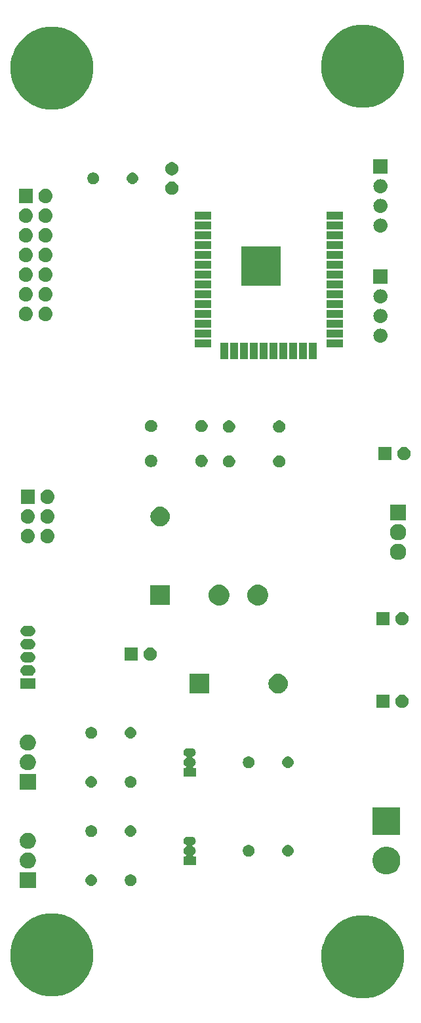
<source format=gbr>
G04 #@! TF.GenerationSoftware,KiCad,Pcbnew,(5.0.1-3-g963ef8bb5)*
G04 #@! TF.CreationDate,2019-04-20T19:45:59+01:00*
G04 #@! TF.ProjectId,flipcontrol,666C6970636F6E74726F6C2E6B696361,rev?*
G04 #@! TF.SameCoordinates,Original*
G04 #@! TF.FileFunction,Soldermask,Top*
G04 #@! TF.FilePolarity,Negative*
%FSLAX46Y46*%
G04 Gerber Fmt 4.6, Leading zero omitted, Abs format (unit mm)*
G04 Created by KiCad (PCBNEW (5.0.1-3-g963ef8bb5)) date Saturday, 20 April 2019 at 19:45:59*
%MOMM*%
%LPD*%
G01*
G04 APERTURE LIST*
%ADD10C,0.100000*%
G04 APERTURE END LIST*
D10*
G36*
X140968228Y-163442091D02*
X141312829Y-163510636D01*
X142286649Y-163914005D01*
X142782926Y-164245607D01*
X143163067Y-164499609D01*
X143908391Y-165244933D01*
X143908393Y-165244936D01*
X144493995Y-166121351D01*
X144792154Y-166841172D01*
X144897364Y-167095172D01*
X145052477Y-167874973D01*
X145103000Y-168128973D01*
X145103000Y-169183027D01*
X144897364Y-170216829D01*
X144493995Y-171190649D01*
X144078110Y-171813064D01*
X143908391Y-172067067D01*
X143163067Y-172812391D01*
X143163064Y-172812393D01*
X142286649Y-173397995D01*
X141312829Y-173801364D01*
X140968228Y-173869909D01*
X140279029Y-174007000D01*
X139224971Y-174007000D01*
X138535772Y-173869909D01*
X138191171Y-173801364D01*
X137217351Y-173397995D01*
X136340936Y-172812393D01*
X136340933Y-172812391D01*
X135595609Y-172067067D01*
X135425890Y-171813064D01*
X135010005Y-171190649D01*
X134606636Y-170216829D01*
X134401000Y-169183027D01*
X134401000Y-168128973D01*
X134451524Y-167874973D01*
X134606636Y-167095172D01*
X134711846Y-166841172D01*
X135010005Y-166121351D01*
X135595607Y-165244936D01*
X135595609Y-165244933D01*
X136340933Y-164499609D01*
X136721074Y-164245607D01*
X137217351Y-163914005D01*
X138191171Y-163510636D01*
X138535772Y-163442091D01*
X139224971Y-163305000D01*
X140279029Y-163305000D01*
X140968228Y-163442091D01*
X140968228Y-163442091D01*
G37*
G36*
X100836228Y-163188091D02*
X101180829Y-163256636D01*
X102154649Y-163660005D01*
X103025157Y-164241660D01*
X103031067Y-164245609D01*
X103776391Y-164990933D01*
X103776393Y-164990936D01*
X104361995Y-165867351D01*
X104765364Y-166841171D01*
X104765364Y-166841172D01*
X104971000Y-167874971D01*
X104971000Y-168929029D01*
X104920476Y-169183029D01*
X104765364Y-169962829D01*
X104361995Y-170936649D01*
X103780340Y-171807157D01*
X103776391Y-171813067D01*
X103031067Y-172558391D01*
X103031064Y-172558393D01*
X102154649Y-173143995D01*
X101180829Y-173547364D01*
X100836228Y-173615909D01*
X100147029Y-173753000D01*
X99092971Y-173753000D01*
X98403772Y-173615909D01*
X98059171Y-173547364D01*
X97085351Y-173143995D01*
X96208936Y-172558393D01*
X96208933Y-172558391D01*
X95463609Y-171813067D01*
X95459660Y-171807157D01*
X94878005Y-170936649D01*
X94474636Y-169962829D01*
X94319524Y-169183029D01*
X94269000Y-168929029D01*
X94269000Y-167874971D01*
X94474636Y-166841172D01*
X94474636Y-166841171D01*
X94878005Y-165867351D01*
X95463607Y-164990936D01*
X95463609Y-164990933D01*
X96208933Y-164245609D01*
X96214843Y-164241660D01*
X97085351Y-163660005D01*
X98059171Y-163256636D01*
X98403772Y-163188091D01*
X99092971Y-163051000D01*
X100147029Y-163051000D01*
X100836228Y-163188091D01*
X100836228Y-163188091D01*
G37*
G36*
X97571000Y-159801000D02*
X95469000Y-159801000D01*
X95469000Y-157699000D01*
X97571000Y-157699000D01*
X97571000Y-159801000D01*
X97571000Y-159801000D01*
G37*
G36*
X109908600Y-158009867D02*
X109999059Y-158027860D01*
X110135732Y-158084472D01*
X110192715Y-158122547D01*
X110258738Y-158166662D01*
X110363338Y-158271262D01*
X110363340Y-158271265D01*
X110445528Y-158394268D01*
X110502140Y-158530941D01*
X110531000Y-158676033D01*
X110531000Y-158823967D01*
X110502140Y-158969059D01*
X110445528Y-159105732D01*
X110364446Y-159227079D01*
X110363338Y-159228738D01*
X110258738Y-159333338D01*
X110258735Y-159333340D01*
X110135732Y-159415528D01*
X109999059Y-159472140D01*
X109912004Y-159489456D01*
X109853969Y-159501000D01*
X109706031Y-159501000D01*
X109647996Y-159489456D01*
X109560941Y-159472140D01*
X109424268Y-159415528D01*
X109301265Y-159333340D01*
X109301262Y-159333338D01*
X109196662Y-159228738D01*
X109195554Y-159227079D01*
X109114472Y-159105732D01*
X109057860Y-158969059D01*
X109029000Y-158823967D01*
X109029000Y-158676033D01*
X109057860Y-158530941D01*
X109114472Y-158394268D01*
X109196660Y-158271265D01*
X109196662Y-158271262D01*
X109301262Y-158166662D01*
X109367285Y-158122547D01*
X109424268Y-158084472D01*
X109560941Y-158027860D01*
X109651400Y-158009867D01*
X109706031Y-157999000D01*
X109853969Y-157999000D01*
X109908600Y-158009867D01*
X109908600Y-158009867D01*
G37*
G36*
X104773665Y-158002622D02*
X104847222Y-158009867D01*
X104988786Y-158052810D01*
X105119252Y-158122546D01*
X105233606Y-158216394D01*
X105327454Y-158330748D01*
X105397190Y-158461214D01*
X105440133Y-158602778D01*
X105454633Y-158750000D01*
X105440133Y-158897222D01*
X105397190Y-159038786D01*
X105327454Y-159169252D01*
X105233606Y-159283606D01*
X105119252Y-159377454D01*
X104988786Y-159447190D01*
X104847222Y-159490133D01*
X104773665Y-159497378D01*
X104736888Y-159501000D01*
X104663112Y-159501000D01*
X104626335Y-159497378D01*
X104552778Y-159490133D01*
X104411214Y-159447190D01*
X104280748Y-159377454D01*
X104166394Y-159283606D01*
X104072546Y-159169252D01*
X104002810Y-159038786D01*
X103959867Y-158897222D01*
X103945367Y-158750000D01*
X103959867Y-158602778D01*
X104002810Y-158461214D01*
X104072546Y-158330748D01*
X104166394Y-158216394D01*
X104280748Y-158122546D01*
X104411214Y-158052810D01*
X104552778Y-158009867D01*
X104626335Y-158002622D01*
X104663112Y-157999000D01*
X104736888Y-157999000D01*
X104773665Y-158002622D01*
X104773665Y-158002622D01*
G37*
G36*
X143009062Y-154415240D02*
X143325350Y-154478153D01*
X143653122Y-154613921D01*
X143948109Y-154811025D01*
X144198975Y-155061891D01*
X144396079Y-155356878D01*
X144531847Y-155684650D01*
X144601060Y-156032611D01*
X144601060Y-156387389D01*
X144531847Y-156735350D01*
X144396079Y-157063122D01*
X144198975Y-157358109D01*
X143948109Y-157608975D01*
X143653122Y-157806079D01*
X143325350Y-157941847D01*
X143038019Y-157999000D01*
X142977390Y-158011060D01*
X142622610Y-158011060D01*
X142561981Y-157999000D01*
X142274650Y-157941847D01*
X141946878Y-157806079D01*
X141651891Y-157608975D01*
X141401025Y-157358109D01*
X141203921Y-157063122D01*
X141068153Y-156735350D01*
X140998940Y-156387389D01*
X140998940Y-156032611D01*
X141068153Y-155684650D01*
X141203921Y-155356878D01*
X141401025Y-155061891D01*
X141651891Y-154811025D01*
X141946878Y-154613921D01*
X142274650Y-154478153D01*
X142590938Y-154415240D01*
X142622610Y-154408940D01*
X142977390Y-154408940D01*
X143009062Y-154415240D01*
X143009062Y-154415240D01*
G37*
G36*
X96826565Y-155199389D02*
X97017834Y-155278615D01*
X97189976Y-155393637D01*
X97336363Y-155540024D01*
X97451385Y-155712166D01*
X97530611Y-155903435D01*
X97571000Y-156106484D01*
X97571000Y-156313516D01*
X97530611Y-156516565D01*
X97451385Y-156707834D01*
X97336363Y-156879976D01*
X97189976Y-157026363D01*
X97017834Y-157141385D01*
X96826565Y-157220611D01*
X96623516Y-157261000D01*
X96416484Y-157261000D01*
X96213435Y-157220611D01*
X96022166Y-157141385D01*
X95850024Y-157026363D01*
X95703637Y-156879976D01*
X95588615Y-156707834D01*
X95509389Y-156516565D01*
X95469000Y-156313516D01*
X95469000Y-156106484D01*
X95509389Y-155903435D01*
X95588615Y-155712166D01*
X95703637Y-155540024D01*
X95850024Y-155393637D01*
X96022166Y-155278615D01*
X96213435Y-155199389D01*
X96416484Y-155159000D01*
X96623516Y-155159000D01*
X96826565Y-155199389D01*
X96826565Y-155199389D01*
G37*
G36*
X117758015Y-153126973D02*
X117861879Y-153158479D01*
X117957600Y-153209644D01*
X118041501Y-153278499D01*
X118110356Y-153362400D01*
X118161521Y-153458121D01*
X118193027Y-153561985D01*
X118203666Y-153670000D01*
X118193027Y-153778015D01*
X118161521Y-153881879D01*
X118110356Y-153977600D01*
X118041501Y-154061501D01*
X117957600Y-154130356D01*
X117861879Y-154181521D01*
X117849142Y-154185385D01*
X117826507Y-154194760D01*
X117806133Y-154208374D01*
X117788806Y-154225701D01*
X117775192Y-154246076D01*
X117765814Y-154268715D01*
X117761034Y-154292748D01*
X117761034Y-154317252D01*
X117765815Y-154341286D01*
X117775192Y-154363925D01*
X117788806Y-154384299D01*
X117806133Y-154401626D01*
X117826508Y-154415240D01*
X117849142Y-154424615D01*
X117861879Y-154428479D01*
X117957600Y-154479644D01*
X118041501Y-154548499D01*
X118110356Y-154632400D01*
X118161521Y-154728121D01*
X118193027Y-154831985D01*
X118203666Y-154940000D01*
X118193027Y-155048015D01*
X118161521Y-155151879D01*
X118110356Y-155247600D01*
X118041501Y-155331501D01*
X117957600Y-155400356D01*
X117913805Y-155423766D01*
X117893439Y-155437374D01*
X117876111Y-155454701D01*
X117862498Y-155475076D01*
X117853120Y-155497715D01*
X117848340Y-155521748D01*
X117848340Y-155546252D01*
X117853121Y-155570286D01*
X117862498Y-155592925D01*
X117876112Y-155613299D01*
X117893439Y-155630627D01*
X117913814Y-155644240D01*
X117936453Y-155653618D01*
X117972738Y-155659000D01*
X118201000Y-155659000D01*
X118201000Y-156761000D01*
X116599000Y-156761000D01*
X116599000Y-155659000D01*
X116827262Y-155659000D01*
X116851648Y-155656598D01*
X116875097Y-155649485D01*
X116896708Y-155637934D01*
X116915650Y-155622388D01*
X116931196Y-155603446D01*
X116942747Y-155581835D01*
X116949860Y-155558386D01*
X116952262Y-155534000D01*
X116949860Y-155509614D01*
X116942747Y-155486165D01*
X116931196Y-155464554D01*
X116915650Y-155445612D01*
X116886192Y-155423764D01*
X116842400Y-155400356D01*
X116758499Y-155331501D01*
X116689644Y-155247600D01*
X116638479Y-155151879D01*
X116606973Y-155048015D01*
X116596334Y-154940000D01*
X116606973Y-154831985D01*
X116638479Y-154728121D01*
X116689644Y-154632400D01*
X116758499Y-154548499D01*
X116842400Y-154479644D01*
X116938121Y-154428479D01*
X116950858Y-154424615D01*
X116973493Y-154415240D01*
X116993867Y-154401626D01*
X117011194Y-154384299D01*
X117024808Y-154363924D01*
X117034186Y-154341285D01*
X117038966Y-154317252D01*
X117038966Y-154292748D01*
X117034185Y-154268714D01*
X117024808Y-154246075D01*
X117011194Y-154225701D01*
X116993867Y-154208374D01*
X116973492Y-154194760D01*
X116950858Y-154185385D01*
X116938121Y-154181521D01*
X116842400Y-154130356D01*
X116758499Y-154061501D01*
X116689644Y-153977600D01*
X116638479Y-153881879D01*
X116606973Y-153778015D01*
X116596334Y-153670000D01*
X116606973Y-153561985D01*
X116638479Y-153458121D01*
X116689644Y-153362400D01*
X116758499Y-153278499D01*
X116842400Y-153209644D01*
X116938121Y-153158479D01*
X117041985Y-153126973D01*
X117122933Y-153119000D01*
X117677067Y-153119000D01*
X117758015Y-153126973D01*
X117758015Y-153126973D01*
G37*
G36*
X130173665Y-154192622D02*
X130247222Y-154199867D01*
X130388786Y-154242810D01*
X130519252Y-154312546D01*
X130633606Y-154406394D01*
X130727454Y-154520748D01*
X130797190Y-154651214D01*
X130840133Y-154792778D01*
X130854633Y-154940000D01*
X130840133Y-155087222D01*
X130797190Y-155228786D01*
X130727454Y-155359252D01*
X130633606Y-155473606D01*
X130519252Y-155567454D01*
X130388786Y-155637190D01*
X130247222Y-155680133D01*
X130173665Y-155687378D01*
X130136888Y-155691000D01*
X130063112Y-155691000D01*
X130026335Y-155687378D01*
X129952778Y-155680133D01*
X129811214Y-155637190D01*
X129680748Y-155567454D01*
X129566394Y-155473606D01*
X129472546Y-155359252D01*
X129402810Y-155228786D01*
X129359867Y-155087222D01*
X129345367Y-154940000D01*
X129359867Y-154792778D01*
X129402810Y-154651214D01*
X129472546Y-154520748D01*
X129566394Y-154406394D01*
X129680748Y-154312546D01*
X129811214Y-154242810D01*
X129952778Y-154199867D01*
X130026335Y-154192622D01*
X130063112Y-154189000D01*
X130136888Y-154189000D01*
X130173665Y-154192622D01*
X130173665Y-154192622D01*
G37*
G36*
X125148600Y-154199867D02*
X125239059Y-154217860D01*
X125375732Y-154274472D01*
X125432715Y-154312547D01*
X125498738Y-154356662D01*
X125603338Y-154461262D01*
X125603340Y-154461265D01*
X125685528Y-154584268D01*
X125742140Y-154720941D01*
X125771000Y-154866033D01*
X125771000Y-155013967D01*
X125742140Y-155159059D01*
X125685528Y-155295732D01*
X125620111Y-155393635D01*
X125603338Y-155418738D01*
X125498738Y-155523338D01*
X125498735Y-155523340D01*
X125375732Y-155605528D01*
X125239059Y-155662140D01*
X125152004Y-155679456D01*
X125093969Y-155691000D01*
X124946031Y-155691000D01*
X124887996Y-155679456D01*
X124800941Y-155662140D01*
X124664268Y-155605528D01*
X124541265Y-155523340D01*
X124541262Y-155523338D01*
X124436662Y-155418738D01*
X124419889Y-155393635D01*
X124354472Y-155295732D01*
X124297860Y-155159059D01*
X124269000Y-155013967D01*
X124269000Y-154866033D01*
X124297860Y-154720941D01*
X124354472Y-154584268D01*
X124436660Y-154461265D01*
X124436662Y-154461262D01*
X124541262Y-154356662D01*
X124607285Y-154312547D01*
X124664268Y-154274472D01*
X124800941Y-154217860D01*
X124891400Y-154199867D01*
X124946031Y-154189000D01*
X125093969Y-154189000D01*
X125148600Y-154199867D01*
X125148600Y-154199867D01*
G37*
G36*
X96826565Y-152659389D02*
X97017834Y-152738615D01*
X97189976Y-152853637D01*
X97336363Y-153000024D01*
X97451385Y-153172166D01*
X97530611Y-153363435D01*
X97571000Y-153566484D01*
X97571000Y-153773516D01*
X97530611Y-153976565D01*
X97451385Y-154167834D01*
X97336363Y-154339976D01*
X97189976Y-154486363D01*
X97017834Y-154601385D01*
X96826565Y-154680611D01*
X96623516Y-154721000D01*
X96416484Y-154721000D01*
X96213435Y-154680611D01*
X96022166Y-154601385D01*
X95850024Y-154486363D01*
X95703637Y-154339976D01*
X95588615Y-154167834D01*
X95509389Y-153976565D01*
X95469000Y-153773516D01*
X95469000Y-153566484D01*
X95509389Y-153363435D01*
X95588615Y-153172166D01*
X95703637Y-153000024D01*
X95850024Y-152853637D01*
X96022166Y-152738615D01*
X96213435Y-152659389D01*
X96416484Y-152619000D01*
X96623516Y-152619000D01*
X96826565Y-152659389D01*
X96826565Y-152659389D01*
G37*
G36*
X109853665Y-151652622D02*
X109927222Y-151659867D01*
X110068786Y-151702810D01*
X110199252Y-151772546D01*
X110313606Y-151866394D01*
X110407454Y-151980748D01*
X110477190Y-152111214D01*
X110520133Y-152252778D01*
X110534633Y-152400000D01*
X110520133Y-152547222D01*
X110477190Y-152688786D01*
X110407454Y-152819252D01*
X110313606Y-152933606D01*
X110199252Y-153027454D01*
X110068786Y-153097190D01*
X109927222Y-153140133D01*
X109853665Y-153147378D01*
X109816888Y-153151000D01*
X109743112Y-153151000D01*
X109706335Y-153147378D01*
X109632778Y-153140133D01*
X109491214Y-153097190D01*
X109360748Y-153027454D01*
X109246394Y-152933606D01*
X109152546Y-152819252D01*
X109082810Y-152688786D01*
X109039867Y-152547222D01*
X109025367Y-152400000D01*
X109039867Y-152252778D01*
X109082810Y-152111214D01*
X109152546Y-151980748D01*
X109246394Y-151866394D01*
X109360748Y-151772546D01*
X109491214Y-151702810D01*
X109632778Y-151659867D01*
X109706335Y-151652622D01*
X109743112Y-151649000D01*
X109816888Y-151649000D01*
X109853665Y-151652622D01*
X109853665Y-151652622D01*
G37*
G36*
X104828600Y-151659867D02*
X104919059Y-151677860D01*
X105055732Y-151734472D01*
X105112715Y-151772547D01*
X105178738Y-151816662D01*
X105283338Y-151921262D01*
X105283340Y-151921265D01*
X105365528Y-152044268D01*
X105422140Y-152180941D01*
X105451000Y-152326033D01*
X105451000Y-152473967D01*
X105422140Y-152619059D01*
X105365528Y-152755732D01*
X105300111Y-152853635D01*
X105283338Y-152878738D01*
X105178738Y-152983338D01*
X105178735Y-152983340D01*
X105055732Y-153065528D01*
X104919059Y-153122140D01*
X104832004Y-153139456D01*
X104773969Y-153151000D01*
X104626031Y-153151000D01*
X104567996Y-153139456D01*
X104480941Y-153122140D01*
X104344268Y-153065528D01*
X104221265Y-152983340D01*
X104221262Y-152983338D01*
X104116662Y-152878738D01*
X104099889Y-152853635D01*
X104034472Y-152755732D01*
X103977860Y-152619059D01*
X103949000Y-152473967D01*
X103949000Y-152326033D01*
X103977860Y-152180941D01*
X104034472Y-152044268D01*
X104116660Y-151921265D01*
X104116662Y-151921262D01*
X104221262Y-151816662D01*
X104287285Y-151772547D01*
X104344268Y-151734472D01*
X104480941Y-151677860D01*
X104571400Y-151659867D01*
X104626031Y-151649000D01*
X104773969Y-151649000D01*
X104828600Y-151659867D01*
X104828600Y-151659867D01*
G37*
G36*
X144601060Y-152931060D02*
X140998940Y-152931060D01*
X140998940Y-149328940D01*
X144601060Y-149328940D01*
X144601060Y-152931060D01*
X144601060Y-152931060D01*
G37*
G36*
X97571000Y-147101000D02*
X95469000Y-147101000D01*
X95469000Y-144999000D01*
X97571000Y-144999000D01*
X97571000Y-147101000D01*
X97571000Y-147101000D01*
G37*
G36*
X104773665Y-145302622D02*
X104847222Y-145309867D01*
X104988786Y-145352810D01*
X105119252Y-145422546D01*
X105233606Y-145516394D01*
X105327454Y-145630748D01*
X105397190Y-145761214D01*
X105440133Y-145902778D01*
X105454633Y-146050000D01*
X105440133Y-146197222D01*
X105397190Y-146338786D01*
X105327454Y-146469252D01*
X105233606Y-146583606D01*
X105119252Y-146677454D01*
X104988786Y-146747190D01*
X104847222Y-146790133D01*
X104773665Y-146797378D01*
X104736888Y-146801000D01*
X104663112Y-146801000D01*
X104626335Y-146797378D01*
X104552778Y-146790133D01*
X104411214Y-146747190D01*
X104280748Y-146677454D01*
X104166394Y-146583606D01*
X104072546Y-146469252D01*
X104002810Y-146338786D01*
X103959867Y-146197222D01*
X103945367Y-146050000D01*
X103959867Y-145902778D01*
X104002810Y-145761214D01*
X104072546Y-145630748D01*
X104166394Y-145516394D01*
X104280748Y-145422546D01*
X104411214Y-145352810D01*
X104552778Y-145309867D01*
X104626335Y-145302622D01*
X104663112Y-145299000D01*
X104736888Y-145299000D01*
X104773665Y-145302622D01*
X104773665Y-145302622D01*
G37*
G36*
X109908600Y-145309867D02*
X109999059Y-145327860D01*
X110135732Y-145384472D01*
X110192715Y-145422547D01*
X110258738Y-145466662D01*
X110363338Y-145571262D01*
X110363340Y-145571265D01*
X110445528Y-145694268D01*
X110502140Y-145830941D01*
X110531000Y-145976033D01*
X110531000Y-146123967D01*
X110502140Y-146269059D01*
X110445528Y-146405732D01*
X110364446Y-146527079D01*
X110363338Y-146528738D01*
X110258738Y-146633338D01*
X110258735Y-146633340D01*
X110135732Y-146715528D01*
X109999059Y-146772140D01*
X109912004Y-146789456D01*
X109853969Y-146801000D01*
X109706031Y-146801000D01*
X109647996Y-146789456D01*
X109560941Y-146772140D01*
X109424268Y-146715528D01*
X109301265Y-146633340D01*
X109301262Y-146633338D01*
X109196662Y-146528738D01*
X109195554Y-146527079D01*
X109114472Y-146405732D01*
X109057860Y-146269059D01*
X109029000Y-146123967D01*
X109029000Y-145976033D01*
X109057860Y-145830941D01*
X109114472Y-145694268D01*
X109196660Y-145571265D01*
X109196662Y-145571262D01*
X109301262Y-145466662D01*
X109367285Y-145422547D01*
X109424268Y-145384472D01*
X109560941Y-145327860D01*
X109651400Y-145309867D01*
X109706031Y-145299000D01*
X109853969Y-145299000D01*
X109908600Y-145309867D01*
X109908600Y-145309867D01*
G37*
G36*
X117758015Y-141696973D02*
X117861879Y-141728479D01*
X117957600Y-141779644D01*
X118041501Y-141848499D01*
X118110356Y-141932400D01*
X118161521Y-142028121D01*
X118193027Y-142131985D01*
X118203666Y-142240000D01*
X118193027Y-142348015D01*
X118161521Y-142451879D01*
X118110356Y-142547600D01*
X118041501Y-142631501D01*
X117957600Y-142700356D01*
X117861879Y-142751521D01*
X117849142Y-142755385D01*
X117826507Y-142764760D01*
X117806133Y-142778374D01*
X117788806Y-142795701D01*
X117775192Y-142816076D01*
X117765814Y-142838715D01*
X117761034Y-142862748D01*
X117761034Y-142887252D01*
X117765815Y-142911286D01*
X117775192Y-142933925D01*
X117788806Y-142954299D01*
X117806133Y-142971626D01*
X117826508Y-142985240D01*
X117849142Y-142994615D01*
X117861879Y-142998479D01*
X117957600Y-143049644D01*
X118041501Y-143118499D01*
X118110356Y-143202400D01*
X118161521Y-143298121D01*
X118193027Y-143401985D01*
X118203666Y-143510000D01*
X118193027Y-143618015D01*
X118161521Y-143721879D01*
X118110356Y-143817600D01*
X118041501Y-143901501D01*
X117957600Y-143970356D01*
X117913805Y-143993766D01*
X117893439Y-144007374D01*
X117876111Y-144024701D01*
X117862498Y-144045076D01*
X117853120Y-144067715D01*
X117848340Y-144091748D01*
X117848340Y-144116252D01*
X117853121Y-144140286D01*
X117862498Y-144162925D01*
X117876112Y-144183299D01*
X117893439Y-144200627D01*
X117913814Y-144214240D01*
X117936453Y-144223618D01*
X117972738Y-144229000D01*
X118201000Y-144229000D01*
X118201000Y-145331000D01*
X116599000Y-145331000D01*
X116599000Y-144229000D01*
X116827262Y-144229000D01*
X116851648Y-144226598D01*
X116875097Y-144219485D01*
X116896708Y-144207934D01*
X116915650Y-144192388D01*
X116931196Y-144173446D01*
X116942747Y-144151835D01*
X116949860Y-144128386D01*
X116952262Y-144104000D01*
X116949860Y-144079614D01*
X116942747Y-144056165D01*
X116931196Y-144034554D01*
X116915650Y-144015612D01*
X116886192Y-143993764D01*
X116842400Y-143970356D01*
X116758499Y-143901501D01*
X116689644Y-143817600D01*
X116638479Y-143721879D01*
X116606973Y-143618015D01*
X116596334Y-143510000D01*
X116606973Y-143401985D01*
X116638479Y-143298121D01*
X116689644Y-143202400D01*
X116758499Y-143118499D01*
X116842400Y-143049644D01*
X116938121Y-142998479D01*
X116950858Y-142994615D01*
X116973493Y-142985240D01*
X116993867Y-142971626D01*
X117011194Y-142954299D01*
X117024808Y-142933924D01*
X117034186Y-142911285D01*
X117038966Y-142887252D01*
X117038966Y-142862748D01*
X117034185Y-142838714D01*
X117024808Y-142816075D01*
X117011194Y-142795701D01*
X116993867Y-142778374D01*
X116973492Y-142764760D01*
X116950858Y-142755385D01*
X116938121Y-142751521D01*
X116842400Y-142700356D01*
X116758499Y-142631501D01*
X116689644Y-142547600D01*
X116638479Y-142451879D01*
X116606973Y-142348015D01*
X116596334Y-142240000D01*
X116606973Y-142131985D01*
X116638479Y-142028121D01*
X116689644Y-141932400D01*
X116758499Y-141848499D01*
X116842400Y-141779644D01*
X116938121Y-141728479D01*
X117041985Y-141696973D01*
X117122933Y-141689000D01*
X117677067Y-141689000D01*
X117758015Y-141696973D01*
X117758015Y-141696973D01*
G37*
G36*
X96826565Y-142499389D02*
X97017834Y-142578615D01*
X97189976Y-142693637D01*
X97336363Y-142840024D01*
X97451385Y-143012166D01*
X97530611Y-143203435D01*
X97571000Y-143406484D01*
X97571000Y-143613516D01*
X97530611Y-143816565D01*
X97451385Y-144007834D01*
X97336363Y-144179976D01*
X97189976Y-144326363D01*
X97017834Y-144441385D01*
X96826565Y-144520611D01*
X96623516Y-144561000D01*
X96416484Y-144561000D01*
X96213435Y-144520611D01*
X96022166Y-144441385D01*
X95850024Y-144326363D01*
X95703637Y-144179976D01*
X95588615Y-144007834D01*
X95509389Y-143816565D01*
X95469000Y-143613516D01*
X95469000Y-143406484D01*
X95509389Y-143203435D01*
X95588615Y-143012166D01*
X95703637Y-142840024D01*
X95850024Y-142693637D01*
X96022166Y-142578615D01*
X96213435Y-142499389D01*
X96416484Y-142459000D01*
X96623516Y-142459000D01*
X96826565Y-142499389D01*
X96826565Y-142499389D01*
G37*
G36*
X125148600Y-142769867D02*
X125239059Y-142787860D01*
X125375732Y-142844472D01*
X125432715Y-142882547D01*
X125498738Y-142926662D01*
X125603338Y-143031262D01*
X125603340Y-143031265D01*
X125685528Y-143154268D01*
X125742140Y-143290941D01*
X125743568Y-143298121D01*
X125771000Y-143436031D01*
X125771000Y-143583969D01*
X125764228Y-143618013D01*
X125742140Y-143729059D01*
X125685528Y-143865732D01*
X125615621Y-143970355D01*
X125603338Y-143988738D01*
X125498738Y-144093338D01*
X125498735Y-144093340D01*
X125375732Y-144175528D01*
X125239059Y-144232140D01*
X125152004Y-144249456D01*
X125093969Y-144261000D01*
X124946031Y-144261000D01*
X124887996Y-144249456D01*
X124800941Y-144232140D01*
X124664268Y-144175528D01*
X124541265Y-144093340D01*
X124541262Y-144093338D01*
X124436662Y-143988738D01*
X124424379Y-143970355D01*
X124354472Y-143865732D01*
X124297860Y-143729059D01*
X124275772Y-143618013D01*
X124269000Y-143583969D01*
X124269000Y-143436031D01*
X124296432Y-143298121D01*
X124297860Y-143290941D01*
X124354472Y-143154268D01*
X124436660Y-143031265D01*
X124436662Y-143031262D01*
X124541262Y-142926662D01*
X124607285Y-142882547D01*
X124664268Y-142844472D01*
X124800941Y-142787860D01*
X124891400Y-142769867D01*
X124946031Y-142759000D01*
X125093969Y-142759000D01*
X125148600Y-142769867D01*
X125148600Y-142769867D01*
G37*
G36*
X130173665Y-142762622D02*
X130247222Y-142769867D01*
X130388786Y-142812810D01*
X130519252Y-142882546D01*
X130633606Y-142976394D01*
X130727454Y-143090748D01*
X130797190Y-143221214D01*
X130840133Y-143362778D01*
X130854633Y-143510000D01*
X130840133Y-143657222D01*
X130797190Y-143798786D01*
X130727454Y-143929252D01*
X130633606Y-144043606D01*
X130519252Y-144137454D01*
X130388786Y-144207190D01*
X130247222Y-144250133D01*
X130173665Y-144257378D01*
X130136888Y-144261000D01*
X130063112Y-144261000D01*
X130026335Y-144257378D01*
X129952778Y-144250133D01*
X129811214Y-144207190D01*
X129680748Y-144137454D01*
X129566394Y-144043606D01*
X129472546Y-143929252D01*
X129402810Y-143798786D01*
X129359867Y-143657222D01*
X129345367Y-143510000D01*
X129359867Y-143362778D01*
X129402810Y-143221214D01*
X129472546Y-143090748D01*
X129566394Y-142976394D01*
X129680748Y-142882546D01*
X129811214Y-142812810D01*
X129952778Y-142769867D01*
X130026335Y-142762622D01*
X130063112Y-142759000D01*
X130136888Y-142759000D01*
X130173665Y-142762622D01*
X130173665Y-142762622D01*
G37*
G36*
X96826565Y-139959389D02*
X97017834Y-140038615D01*
X97189976Y-140153637D01*
X97336363Y-140300024D01*
X97451385Y-140472166D01*
X97530611Y-140663435D01*
X97571000Y-140866484D01*
X97571000Y-141073516D01*
X97530611Y-141276565D01*
X97451385Y-141467834D01*
X97336363Y-141639976D01*
X97189976Y-141786363D01*
X97017834Y-141901385D01*
X96826565Y-141980611D01*
X96623516Y-142021000D01*
X96416484Y-142021000D01*
X96213435Y-141980611D01*
X96022166Y-141901385D01*
X95850024Y-141786363D01*
X95703637Y-141639976D01*
X95588615Y-141467834D01*
X95509389Y-141276565D01*
X95469000Y-141073516D01*
X95469000Y-140866484D01*
X95509389Y-140663435D01*
X95588615Y-140472166D01*
X95703637Y-140300024D01*
X95850024Y-140153637D01*
X96022166Y-140038615D01*
X96213435Y-139959389D01*
X96416484Y-139919000D01*
X96623516Y-139919000D01*
X96826565Y-139959389D01*
X96826565Y-139959389D01*
G37*
G36*
X104828600Y-138959867D02*
X104919059Y-138977860D01*
X105055732Y-139034472D01*
X105112715Y-139072547D01*
X105178738Y-139116662D01*
X105283338Y-139221262D01*
X105283340Y-139221265D01*
X105365528Y-139344268D01*
X105422140Y-139480941D01*
X105451000Y-139626033D01*
X105451000Y-139773967D01*
X105422140Y-139919059D01*
X105365528Y-140055732D01*
X105300111Y-140153635D01*
X105283338Y-140178738D01*
X105178738Y-140283338D01*
X105178735Y-140283340D01*
X105055732Y-140365528D01*
X104919059Y-140422140D01*
X104832004Y-140439456D01*
X104773969Y-140451000D01*
X104626031Y-140451000D01*
X104567996Y-140439456D01*
X104480941Y-140422140D01*
X104344268Y-140365528D01*
X104221265Y-140283340D01*
X104221262Y-140283338D01*
X104116662Y-140178738D01*
X104099889Y-140153635D01*
X104034472Y-140055732D01*
X103977860Y-139919059D01*
X103949000Y-139773967D01*
X103949000Y-139626033D01*
X103977860Y-139480941D01*
X104034472Y-139344268D01*
X104116660Y-139221265D01*
X104116662Y-139221262D01*
X104221262Y-139116662D01*
X104287285Y-139072547D01*
X104344268Y-139034472D01*
X104480941Y-138977860D01*
X104571400Y-138959867D01*
X104626031Y-138949000D01*
X104773969Y-138949000D01*
X104828600Y-138959867D01*
X104828600Y-138959867D01*
G37*
G36*
X109853665Y-138952622D02*
X109927222Y-138959867D01*
X110068786Y-139002810D01*
X110199252Y-139072546D01*
X110313606Y-139166394D01*
X110407454Y-139280748D01*
X110477190Y-139411214D01*
X110520133Y-139552778D01*
X110534633Y-139700000D01*
X110520133Y-139847222D01*
X110477190Y-139988786D01*
X110407454Y-140119252D01*
X110313606Y-140233606D01*
X110199252Y-140327454D01*
X110068786Y-140397190D01*
X109927222Y-140440133D01*
X109853665Y-140447378D01*
X109816888Y-140451000D01*
X109743112Y-140451000D01*
X109706335Y-140447378D01*
X109632778Y-140440133D01*
X109491214Y-140397190D01*
X109360748Y-140327454D01*
X109246394Y-140233606D01*
X109152546Y-140119252D01*
X109082810Y-139988786D01*
X109039867Y-139847222D01*
X109025367Y-139700000D01*
X109039867Y-139552778D01*
X109082810Y-139411214D01*
X109152546Y-139280748D01*
X109246394Y-139166394D01*
X109360748Y-139072546D01*
X109491214Y-139002810D01*
X109632778Y-138959867D01*
X109706335Y-138952622D01*
X109743112Y-138949000D01*
X109816888Y-138949000D01*
X109853665Y-138952622D01*
X109853665Y-138952622D01*
G37*
G36*
X143183000Y-136487000D02*
X141481000Y-136487000D01*
X141481000Y-134785000D01*
X143183000Y-134785000D01*
X143183000Y-136487000D01*
X143183000Y-136487000D01*
G37*
G36*
X145080228Y-134817703D02*
X145235100Y-134881853D01*
X145374481Y-134974985D01*
X145493015Y-135093519D01*
X145586147Y-135232900D01*
X145650297Y-135387772D01*
X145683000Y-135552184D01*
X145683000Y-135719816D01*
X145650297Y-135884228D01*
X145586147Y-136039100D01*
X145493015Y-136178481D01*
X145374481Y-136297015D01*
X145235100Y-136390147D01*
X145080228Y-136454297D01*
X144915816Y-136487000D01*
X144748184Y-136487000D01*
X144583772Y-136454297D01*
X144428900Y-136390147D01*
X144289519Y-136297015D01*
X144170985Y-136178481D01*
X144077853Y-136039100D01*
X144013703Y-135884228D01*
X143981000Y-135719816D01*
X143981000Y-135552184D01*
X144013703Y-135387772D01*
X144077853Y-135232900D01*
X144170985Y-135093519D01*
X144289519Y-134974985D01*
X144428900Y-134881853D01*
X144583772Y-134817703D01*
X144748184Y-134785000D01*
X144915816Y-134785000D01*
X145080228Y-134817703D01*
X145080228Y-134817703D01*
G37*
G36*
X119921000Y-134601000D02*
X117419000Y-134601000D01*
X117419000Y-132099000D01*
X119921000Y-132099000D01*
X119921000Y-134601000D01*
X119921000Y-134601000D01*
G37*
G36*
X129075239Y-132117101D02*
X129311053Y-132188634D01*
X129528381Y-132304799D01*
X129718871Y-132461129D01*
X129875201Y-132651619D01*
X129991366Y-132868947D01*
X130062899Y-133104761D01*
X130087053Y-133350000D01*
X130062899Y-133595239D01*
X129991366Y-133831053D01*
X129875201Y-134048381D01*
X129718871Y-134238871D01*
X129528381Y-134395201D01*
X129311053Y-134511366D01*
X129075239Y-134582899D01*
X128891457Y-134601000D01*
X128768543Y-134601000D01*
X128584761Y-134582899D01*
X128348947Y-134511366D01*
X128131619Y-134395201D01*
X127941129Y-134238871D01*
X127784799Y-134048381D01*
X127668634Y-133831053D01*
X127597101Y-133595239D01*
X127572947Y-133350000D01*
X127597101Y-133104761D01*
X127668634Y-132868947D01*
X127784799Y-132651619D01*
X127941129Y-132461129D01*
X128131619Y-132304799D01*
X128348947Y-132188634D01*
X128584761Y-132117101D01*
X128768543Y-132099000D01*
X128891457Y-132099000D01*
X129075239Y-132117101D01*
X129075239Y-132117101D01*
G37*
G36*
X97471000Y-134038500D02*
X95569000Y-134038500D01*
X95569000Y-132661500D01*
X97471000Y-132661500D01*
X97471000Y-134038500D01*
X97471000Y-134038500D01*
G37*
G36*
X96917471Y-130971462D02*
X97047252Y-131010831D01*
X97166857Y-131074761D01*
X97271699Y-131160801D01*
X97357739Y-131265643D01*
X97421669Y-131385248D01*
X97461038Y-131515029D01*
X97474331Y-131650000D01*
X97461038Y-131784971D01*
X97421669Y-131914752D01*
X97357739Y-132034357D01*
X97271699Y-132139199D01*
X97166857Y-132225239D01*
X97047252Y-132289169D01*
X96917471Y-132328538D01*
X96816322Y-132338500D01*
X96223678Y-132338500D01*
X96122529Y-132328538D01*
X95992748Y-132289169D01*
X95873143Y-132225239D01*
X95768301Y-132139199D01*
X95682261Y-132034357D01*
X95618331Y-131914752D01*
X95578962Y-131784971D01*
X95565669Y-131650000D01*
X95578962Y-131515029D01*
X95618331Y-131385248D01*
X95682261Y-131265643D01*
X95768301Y-131160801D01*
X95873143Y-131074761D01*
X95992748Y-131010831D01*
X96122529Y-130971462D01*
X96223678Y-130961500D01*
X96816322Y-130961500D01*
X96917471Y-130971462D01*
X96917471Y-130971462D01*
G37*
G36*
X96917471Y-129271462D02*
X97047252Y-129310831D01*
X97166857Y-129374761D01*
X97271699Y-129460801D01*
X97357739Y-129565643D01*
X97421669Y-129685248D01*
X97461038Y-129815029D01*
X97474331Y-129950000D01*
X97461038Y-130084971D01*
X97421669Y-130214752D01*
X97357739Y-130334357D01*
X97271699Y-130439199D01*
X97166857Y-130525239D01*
X97047252Y-130589169D01*
X96917471Y-130628538D01*
X96816322Y-130638500D01*
X96223678Y-130638500D01*
X96122529Y-130628538D01*
X95992748Y-130589169D01*
X95873143Y-130525239D01*
X95768301Y-130439199D01*
X95682261Y-130334357D01*
X95618331Y-130214752D01*
X95578962Y-130084971D01*
X95565669Y-129950000D01*
X95578962Y-129815029D01*
X95618331Y-129685248D01*
X95682261Y-129565643D01*
X95768301Y-129460801D01*
X95873143Y-129374761D01*
X95992748Y-129310831D01*
X96122529Y-129271462D01*
X96223678Y-129261500D01*
X96816322Y-129261500D01*
X96917471Y-129271462D01*
X96917471Y-129271462D01*
G37*
G36*
X110671000Y-130391000D02*
X108969000Y-130391000D01*
X108969000Y-128689000D01*
X110671000Y-128689000D01*
X110671000Y-130391000D01*
X110671000Y-130391000D01*
G37*
G36*
X112568228Y-128721703D02*
X112723100Y-128785853D01*
X112862481Y-128878985D01*
X112981015Y-128997519D01*
X113074147Y-129136900D01*
X113138297Y-129291772D01*
X113171000Y-129456184D01*
X113171000Y-129623816D01*
X113138297Y-129788228D01*
X113074147Y-129943100D01*
X112981015Y-130082481D01*
X112862481Y-130201015D01*
X112723100Y-130294147D01*
X112568228Y-130358297D01*
X112403816Y-130391000D01*
X112236184Y-130391000D01*
X112071772Y-130358297D01*
X111916900Y-130294147D01*
X111777519Y-130201015D01*
X111658985Y-130082481D01*
X111565853Y-129943100D01*
X111501703Y-129788228D01*
X111469000Y-129623816D01*
X111469000Y-129456184D01*
X111501703Y-129291772D01*
X111565853Y-129136900D01*
X111658985Y-128997519D01*
X111777519Y-128878985D01*
X111916900Y-128785853D01*
X112071772Y-128721703D01*
X112236184Y-128689000D01*
X112403816Y-128689000D01*
X112568228Y-128721703D01*
X112568228Y-128721703D01*
G37*
G36*
X96917471Y-127571462D02*
X97047252Y-127610831D01*
X97166857Y-127674761D01*
X97271699Y-127760801D01*
X97357739Y-127865643D01*
X97421669Y-127985248D01*
X97461038Y-128115029D01*
X97474331Y-128250000D01*
X97461038Y-128384971D01*
X97421669Y-128514752D01*
X97357739Y-128634357D01*
X97271699Y-128739199D01*
X97166857Y-128825239D01*
X97047252Y-128889169D01*
X96917471Y-128928538D01*
X96816322Y-128938500D01*
X96223678Y-128938500D01*
X96122529Y-128928538D01*
X95992748Y-128889169D01*
X95873143Y-128825239D01*
X95768301Y-128739199D01*
X95682261Y-128634357D01*
X95618331Y-128514752D01*
X95578962Y-128384971D01*
X95565669Y-128250000D01*
X95578962Y-128115029D01*
X95618331Y-127985248D01*
X95682261Y-127865643D01*
X95768301Y-127760801D01*
X95873143Y-127674761D01*
X95992748Y-127610831D01*
X96122529Y-127571462D01*
X96223678Y-127561500D01*
X96816322Y-127561500D01*
X96917471Y-127571462D01*
X96917471Y-127571462D01*
G37*
G36*
X96917471Y-125871462D02*
X97047252Y-125910831D01*
X97166857Y-125974761D01*
X97271699Y-126060801D01*
X97357739Y-126165643D01*
X97421669Y-126285248D01*
X97461038Y-126415029D01*
X97474331Y-126550000D01*
X97461038Y-126684971D01*
X97421669Y-126814752D01*
X97357739Y-126934357D01*
X97271699Y-127039199D01*
X97166857Y-127125239D01*
X97047252Y-127189169D01*
X96917471Y-127228538D01*
X96816322Y-127238500D01*
X96223678Y-127238500D01*
X96122529Y-127228538D01*
X95992748Y-127189169D01*
X95873143Y-127125239D01*
X95768301Y-127039199D01*
X95682261Y-126934357D01*
X95618331Y-126814752D01*
X95578962Y-126684971D01*
X95565669Y-126550000D01*
X95578962Y-126415029D01*
X95618331Y-126285248D01*
X95682261Y-126165643D01*
X95768301Y-126060801D01*
X95873143Y-125974761D01*
X95992748Y-125910831D01*
X96122529Y-125871462D01*
X96223678Y-125861500D01*
X96816322Y-125861500D01*
X96917471Y-125871462D01*
X96917471Y-125871462D01*
G37*
G36*
X143183000Y-125819000D02*
X141481000Y-125819000D01*
X141481000Y-124117000D01*
X143183000Y-124117000D01*
X143183000Y-125819000D01*
X143183000Y-125819000D01*
G37*
G36*
X145080228Y-124149703D02*
X145235100Y-124213853D01*
X145374481Y-124306985D01*
X145493015Y-124425519D01*
X145586147Y-124564900D01*
X145650297Y-124719772D01*
X145683000Y-124884184D01*
X145683000Y-125051816D01*
X145650297Y-125216228D01*
X145586147Y-125371100D01*
X145493015Y-125510481D01*
X145374481Y-125629015D01*
X145235100Y-125722147D01*
X145080228Y-125786297D01*
X144915816Y-125819000D01*
X144748184Y-125819000D01*
X144583772Y-125786297D01*
X144428900Y-125722147D01*
X144289519Y-125629015D01*
X144170985Y-125510481D01*
X144077853Y-125371100D01*
X144013703Y-125216228D01*
X143981000Y-125051816D01*
X143981000Y-124884184D01*
X144013703Y-124719772D01*
X144077853Y-124564900D01*
X144170985Y-124425519D01*
X144289519Y-124306985D01*
X144428900Y-124213853D01*
X144583772Y-124149703D01*
X144748184Y-124117000D01*
X144915816Y-124117000D01*
X145080228Y-124149703D01*
X145080228Y-124149703D01*
G37*
G36*
X121473567Y-120594959D02*
X121604072Y-120620918D01*
X121849939Y-120722759D01*
X122070464Y-120870110D01*
X122071215Y-120870612D01*
X122259388Y-121058785D01*
X122259390Y-121058788D01*
X122407241Y-121280061D01*
X122509082Y-121525928D01*
X122561000Y-121786938D01*
X122561000Y-122053062D01*
X122509082Y-122314072D01*
X122407241Y-122559939D01*
X122259890Y-122780464D01*
X122259388Y-122781215D01*
X122071215Y-122969388D01*
X122071212Y-122969390D01*
X121849939Y-123117241D01*
X121604072Y-123219082D01*
X121473567Y-123245041D01*
X121343063Y-123271000D01*
X121076937Y-123271000D01*
X120946433Y-123245041D01*
X120815928Y-123219082D01*
X120570061Y-123117241D01*
X120348788Y-122969390D01*
X120348785Y-122969388D01*
X120160612Y-122781215D01*
X120160110Y-122780464D01*
X120012759Y-122559939D01*
X119910918Y-122314072D01*
X119859000Y-122053062D01*
X119859000Y-121786938D01*
X119910918Y-121525928D01*
X120012759Y-121280061D01*
X120160610Y-121058788D01*
X120160612Y-121058785D01*
X120348785Y-120870612D01*
X120349536Y-120870110D01*
X120570061Y-120722759D01*
X120815928Y-120620918D01*
X120946433Y-120594959D01*
X121076937Y-120569000D01*
X121343063Y-120569000D01*
X121473567Y-120594959D01*
X121473567Y-120594959D01*
G37*
G36*
X126473567Y-120594959D02*
X126604072Y-120620918D01*
X126849939Y-120722759D01*
X127070464Y-120870110D01*
X127071215Y-120870612D01*
X127259388Y-121058785D01*
X127259390Y-121058788D01*
X127407241Y-121280061D01*
X127509082Y-121525928D01*
X127561000Y-121786938D01*
X127561000Y-122053062D01*
X127509082Y-122314072D01*
X127407241Y-122559939D01*
X127259890Y-122780464D01*
X127259388Y-122781215D01*
X127071215Y-122969388D01*
X127071212Y-122969390D01*
X126849939Y-123117241D01*
X126604072Y-123219082D01*
X126473567Y-123245041D01*
X126343063Y-123271000D01*
X126076937Y-123271000D01*
X125946433Y-123245041D01*
X125815928Y-123219082D01*
X125570061Y-123117241D01*
X125348788Y-122969390D01*
X125348785Y-122969388D01*
X125160612Y-122781215D01*
X125160110Y-122780464D01*
X125012759Y-122559939D01*
X124910918Y-122314072D01*
X124859000Y-122053062D01*
X124859000Y-121786938D01*
X124910918Y-121525928D01*
X125012759Y-121280061D01*
X125160610Y-121058788D01*
X125160612Y-121058785D01*
X125348785Y-120870612D01*
X125349536Y-120870110D01*
X125570061Y-120722759D01*
X125815928Y-120620918D01*
X125946433Y-120594959D01*
X126076937Y-120569000D01*
X126343063Y-120569000D01*
X126473567Y-120594959D01*
X126473567Y-120594959D01*
G37*
G36*
X114841000Y-123171000D02*
X112339000Y-123171000D01*
X112339000Y-120669000D01*
X114841000Y-120669000D01*
X114841000Y-123171000D01*
X114841000Y-123171000D01*
G37*
G36*
X144630565Y-115321389D02*
X144821834Y-115400615D01*
X144993976Y-115515637D01*
X145140363Y-115662024D01*
X145255385Y-115834166D01*
X145334611Y-116025435D01*
X145375000Y-116228484D01*
X145375000Y-116435516D01*
X145334611Y-116638565D01*
X145255385Y-116829834D01*
X145140363Y-117001976D01*
X144993976Y-117148363D01*
X144821834Y-117263385D01*
X144630565Y-117342611D01*
X144427516Y-117383000D01*
X144220484Y-117383000D01*
X144017435Y-117342611D01*
X143826166Y-117263385D01*
X143654024Y-117148363D01*
X143507637Y-117001976D01*
X143392615Y-116829834D01*
X143313389Y-116638565D01*
X143273000Y-116435516D01*
X143273000Y-116228484D01*
X143313389Y-116025435D01*
X143392615Y-115834166D01*
X143507637Y-115662024D01*
X143654024Y-115515637D01*
X143826166Y-115400615D01*
X144017435Y-115321389D01*
X144220484Y-115281000D01*
X144427516Y-115281000D01*
X144630565Y-115321389D01*
X144630565Y-115321389D01*
G37*
G36*
X99239294Y-113398633D02*
X99411694Y-113450931D01*
X99411696Y-113450932D01*
X99570583Y-113535859D01*
X99709849Y-113650151D01*
X99741310Y-113688486D01*
X99824140Y-113789416D01*
X99909069Y-113948306D01*
X99961367Y-114120706D01*
X99979025Y-114300000D01*
X99961367Y-114479294D01*
X99909069Y-114651694D01*
X99909068Y-114651696D01*
X99824141Y-114810583D01*
X99709849Y-114949849D01*
X99570583Y-115064141D01*
X99411696Y-115149068D01*
X99411694Y-115149069D01*
X99239294Y-115201367D01*
X99104931Y-115214600D01*
X99015069Y-115214600D01*
X98880706Y-115201367D01*
X98708306Y-115149069D01*
X98708304Y-115149068D01*
X98549417Y-115064141D01*
X98410151Y-114949849D01*
X98295859Y-114810583D01*
X98210932Y-114651696D01*
X98210931Y-114651694D01*
X98158633Y-114479294D01*
X98140975Y-114300000D01*
X98158633Y-114120706D01*
X98210931Y-113948306D01*
X98295860Y-113789416D01*
X98378691Y-113688486D01*
X98410151Y-113650151D01*
X98549417Y-113535859D01*
X98708304Y-113450932D01*
X98708306Y-113450931D01*
X98880706Y-113398633D01*
X99015069Y-113385400D01*
X99104931Y-113385400D01*
X99239294Y-113398633D01*
X99239294Y-113398633D01*
G37*
G36*
X96699294Y-113398633D02*
X96871694Y-113450931D01*
X96871696Y-113450932D01*
X97030583Y-113535859D01*
X97169849Y-113650151D01*
X97201310Y-113688486D01*
X97284140Y-113789416D01*
X97369069Y-113948306D01*
X97421367Y-114120706D01*
X97439025Y-114300000D01*
X97421367Y-114479294D01*
X97369069Y-114651694D01*
X97369068Y-114651696D01*
X97284141Y-114810583D01*
X97169849Y-114949849D01*
X97030583Y-115064141D01*
X96871696Y-115149068D01*
X96871694Y-115149069D01*
X96699294Y-115201367D01*
X96564931Y-115214600D01*
X96475069Y-115214600D01*
X96340706Y-115201367D01*
X96168306Y-115149069D01*
X96168304Y-115149068D01*
X96009417Y-115064141D01*
X95870151Y-114949849D01*
X95755859Y-114810583D01*
X95670932Y-114651696D01*
X95670931Y-114651694D01*
X95618633Y-114479294D01*
X95600975Y-114300000D01*
X95618633Y-114120706D01*
X95670931Y-113948306D01*
X95755860Y-113789416D01*
X95838691Y-113688486D01*
X95870151Y-113650151D01*
X96009417Y-113535859D01*
X96168304Y-113450932D01*
X96168306Y-113450931D01*
X96340706Y-113398633D01*
X96475069Y-113385400D01*
X96564931Y-113385400D01*
X96699294Y-113398633D01*
X96699294Y-113398633D01*
G37*
G36*
X144630565Y-112781389D02*
X144821834Y-112860615D01*
X144993976Y-112975637D01*
X145140363Y-113122024D01*
X145255385Y-113294166D01*
X145334611Y-113485435D01*
X145375000Y-113688484D01*
X145375000Y-113895516D01*
X145334611Y-114098565D01*
X145255385Y-114289834D01*
X145140363Y-114461976D01*
X144993976Y-114608363D01*
X144821834Y-114723385D01*
X144630565Y-114802611D01*
X144427516Y-114843000D01*
X144220484Y-114843000D01*
X144017435Y-114802611D01*
X143826166Y-114723385D01*
X143654024Y-114608363D01*
X143507637Y-114461976D01*
X143392615Y-114289834D01*
X143313389Y-114098565D01*
X143273000Y-113895516D01*
X143273000Y-113688484D01*
X143313389Y-113485435D01*
X143392615Y-113294166D01*
X143507637Y-113122024D01*
X143654024Y-112975637D01*
X143826166Y-112860615D01*
X144017435Y-112781389D01*
X144220484Y-112741000D01*
X144427516Y-112741000D01*
X144630565Y-112781389D01*
X144630565Y-112781389D01*
G37*
G36*
X113835239Y-110527101D02*
X114071053Y-110598634D01*
X114288381Y-110714799D01*
X114478871Y-110871129D01*
X114635201Y-111061619D01*
X114751366Y-111278947D01*
X114822899Y-111514761D01*
X114847053Y-111760000D01*
X114822899Y-112005239D01*
X114751366Y-112241053D01*
X114635201Y-112458381D01*
X114478871Y-112648871D01*
X114288381Y-112805201D01*
X114071053Y-112921366D01*
X113835239Y-112992899D01*
X113651457Y-113011000D01*
X113528543Y-113011000D01*
X113344761Y-112992899D01*
X113108947Y-112921366D01*
X112891619Y-112805201D01*
X112701129Y-112648871D01*
X112544799Y-112458381D01*
X112428634Y-112241053D01*
X112357101Y-112005239D01*
X112332947Y-111760000D01*
X112357101Y-111514761D01*
X112428634Y-111278947D01*
X112544799Y-111061619D01*
X112701129Y-110871129D01*
X112891619Y-110714799D01*
X113108947Y-110598634D01*
X113344761Y-110527101D01*
X113528543Y-110509000D01*
X113651457Y-110509000D01*
X113835239Y-110527101D01*
X113835239Y-110527101D01*
G37*
G36*
X99239294Y-110858633D02*
X99411694Y-110910931D01*
X99411696Y-110910932D01*
X99570583Y-110995859D01*
X99570585Y-110995860D01*
X99570584Y-110995860D01*
X99709849Y-111110151D01*
X99824140Y-111249416D01*
X99909069Y-111408306D01*
X99961367Y-111580706D01*
X99979025Y-111760000D01*
X99961367Y-111939294D01*
X99909069Y-112111694D01*
X99909068Y-112111696D01*
X99824141Y-112270583D01*
X99709849Y-112409849D01*
X99570583Y-112524141D01*
X99411696Y-112609068D01*
X99411694Y-112609069D01*
X99239294Y-112661367D01*
X99104931Y-112674600D01*
X99015069Y-112674600D01*
X98880706Y-112661367D01*
X98708306Y-112609069D01*
X98708304Y-112609068D01*
X98549417Y-112524141D01*
X98410151Y-112409849D01*
X98295859Y-112270583D01*
X98210932Y-112111696D01*
X98210931Y-112111694D01*
X98158633Y-111939294D01*
X98140975Y-111760000D01*
X98158633Y-111580706D01*
X98210931Y-111408306D01*
X98295860Y-111249416D01*
X98410151Y-111110151D01*
X98549416Y-110995860D01*
X98549415Y-110995860D01*
X98549417Y-110995859D01*
X98708304Y-110910932D01*
X98708306Y-110910931D01*
X98880706Y-110858633D01*
X99015069Y-110845400D01*
X99104931Y-110845400D01*
X99239294Y-110858633D01*
X99239294Y-110858633D01*
G37*
G36*
X96699294Y-110858633D02*
X96871694Y-110910931D01*
X96871696Y-110910932D01*
X97030583Y-110995859D01*
X97030585Y-110995860D01*
X97030584Y-110995860D01*
X97169849Y-111110151D01*
X97284140Y-111249416D01*
X97369069Y-111408306D01*
X97421367Y-111580706D01*
X97439025Y-111760000D01*
X97421367Y-111939294D01*
X97369069Y-112111694D01*
X97369068Y-112111696D01*
X97284141Y-112270583D01*
X97169849Y-112409849D01*
X97030583Y-112524141D01*
X96871696Y-112609068D01*
X96871694Y-112609069D01*
X96699294Y-112661367D01*
X96564931Y-112674600D01*
X96475069Y-112674600D01*
X96340706Y-112661367D01*
X96168306Y-112609069D01*
X96168304Y-112609068D01*
X96009417Y-112524141D01*
X95870151Y-112409849D01*
X95755859Y-112270583D01*
X95670932Y-112111696D01*
X95670931Y-112111694D01*
X95618633Y-111939294D01*
X95600975Y-111760000D01*
X95618633Y-111580706D01*
X95670931Y-111408306D01*
X95755860Y-111249416D01*
X95870151Y-111110151D01*
X96009416Y-110995860D01*
X96009415Y-110995860D01*
X96009417Y-110995859D01*
X96168304Y-110910932D01*
X96168306Y-110910931D01*
X96340706Y-110858633D01*
X96475069Y-110845400D01*
X96564931Y-110845400D01*
X96699294Y-110858633D01*
X96699294Y-110858633D01*
G37*
G36*
X145375000Y-112303000D02*
X143273000Y-112303000D01*
X143273000Y-110201000D01*
X145375000Y-110201000D01*
X145375000Y-112303000D01*
X145375000Y-112303000D01*
G37*
G36*
X99239294Y-108318633D02*
X99411694Y-108370931D01*
X99411696Y-108370932D01*
X99570583Y-108455859D01*
X99570585Y-108455860D01*
X99570584Y-108455860D01*
X99709849Y-108570151D01*
X99824140Y-108709416D01*
X99909069Y-108868306D01*
X99961367Y-109040706D01*
X99979025Y-109220000D01*
X99961367Y-109399294D01*
X99909069Y-109571694D01*
X99909068Y-109571696D01*
X99824141Y-109730583D01*
X99709849Y-109869849D01*
X99570583Y-109984141D01*
X99411696Y-110069068D01*
X99411694Y-110069069D01*
X99239294Y-110121367D01*
X99104931Y-110134600D01*
X99015069Y-110134600D01*
X98880706Y-110121367D01*
X98708306Y-110069069D01*
X98708304Y-110069068D01*
X98549417Y-109984141D01*
X98410151Y-109869849D01*
X98295859Y-109730583D01*
X98210932Y-109571696D01*
X98210931Y-109571694D01*
X98158633Y-109399294D01*
X98140975Y-109220000D01*
X98158633Y-109040706D01*
X98210931Y-108868306D01*
X98295860Y-108709416D01*
X98410151Y-108570151D01*
X98549416Y-108455860D01*
X98549415Y-108455860D01*
X98549417Y-108455859D01*
X98708304Y-108370932D01*
X98708306Y-108370931D01*
X98880706Y-108318633D01*
X99015069Y-108305400D01*
X99104931Y-108305400D01*
X99239294Y-108318633D01*
X99239294Y-108318633D01*
G37*
G36*
X97434600Y-110134600D02*
X95605400Y-110134600D01*
X95605400Y-108305400D01*
X97434600Y-108305400D01*
X97434600Y-110134600D01*
X97434600Y-110134600D01*
G37*
G36*
X129213643Y-103877781D02*
X129359415Y-103938162D01*
X129490611Y-104025824D01*
X129602176Y-104137389D01*
X129689838Y-104268585D01*
X129750219Y-104414357D01*
X129781000Y-104569107D01*
X129781000Y-104726893D01*
X129750219Y-104881643D01*
X129689838Y-105027415D01*
X129602176Y-105158611D01*
X129490611Y-105270176D01*
X129359415Y-105357838D01*
X129213643Y-105418219D01*
X129058893Y-105449000D01*
X128901107Y-105449000D01*
X128746357Y-105418219D01*
X128600585Y-105357838D01*
X128469389Y-105270176D01*
X128357824Y-105158611D01*
X128270162Y-105027415D01*
X128209781Y-104881643D01*
X128179000Y-104726893D01*
X128179000Y-104569107D01*
X128209781Y-104414357D01*
X128270162Y-104268585D01*
X128357824Y-104137389D01*
X128469389Y-104025824D01*
X128600585Y-103938162D01*
X128746357Y-103877781D01*
X128901107Y-103847000D01*
X129058893Y-103847000D01*
X129213643Y-103877781D01*
X129213643Y-103877781D01*
G37*
G36*
X122713643Y-103877781D02*
X122859415Y-103938162D01*
X122990611Y-104025824D01*
X123102176Y-104137389D01*
X123189838Y-104268585D01*
X123250219Y-104414357D01*
X123281000Y-104569107D01*
X123281000Y-104726893D01*
X123250219Y-104881643D01*
X123189838Y-105027415D01*
X123102176Y-105158611D01*
X122990611Y-105270176D01*
X122859415Y-105357838D01*
X122713643Y-105418219D01*
X122558893Y-105449000D01*
X122401107Y-105449000D01*
X122246357Y-105418219D01*
X122100585Y-105357838D01*
X121969389Y-105270176D01*
X121857824Y-105158611D01*
X121770162Y-105027415D01*
X121709781Y-104881643D01*
X121679000Y-104726893D01*
X121679000Y-104569107D01*
X121709781Y-104414357D01*
X121770162Y-104268585D01*
X121857824Y-104137389D01*
X121969389Y-104025824D01*
X122100585Y-103938162D01*
X122246357Y-103877781D01*
X122401107Y-103847000D01*
X122558893Y-103847000D01*
X122713643Y-103877781D01*
X122713643Y-103877781D01*
G37*
G36*
X112657643Y-103805781D02*
X112803415Y-103866162D01*
X112934611Y-103953824D01*
X113046176Y-104065389D01*
X113133838Y-104196585D01*
X113194219Y-104342357D01*
X113225000Y-104497107D01*
X113225000Y-104654893D01*
X113194219Y-104809643D01*
X113133838Y-104955415D01*
X113046176Y-105086611D01*
X112934611Y-105198176D01*
X112803415Y-105285838D01*
X112657643Y-105346219D01*
X112502893Y-105377000D01*
X112345107Y-105377000D01*
X112190357Y-105346219D01*
X112044585Y-105285838D01*
X111913389Y-105198176D01*
X111801824Y-105086611D01*
X111714162Y-104955415D01*
X111653781Y-104809643D01*
X111623000Y-104654893D01*
X111623000Y-104497107D01*
X111653781Y-104342357D01*
X111714162Y-104196585D01*
X111801824Y-104065389D01*
X111913389Y-103953824D01*
X112044585Y-103866162D01*
X112190357Y-103805781D01*
X112345107Y-103775000D01*
X112502893Y-103775000D01*
X112657643Y-103805781D01*
X112657643Y-103805781D01*
G37*
G36*
X119157643Y-103805781D02*
X119303415Y-103866162D01*
X119434611Y-103953824D01*
X119546176Y-104065389D01*
X119633838Y-104196585D01*
X119694219Y-104342357D01*
X119725000Y-104497107D01*
X119725000Y-104654893D01*
X119694219Y-104809643D01*
X119633838Y-104955415D01*
X119546176Y-105086611D01*
X119434611Y-105198176D01*
X119303415Y-105285838D01*
X119157643Y-105346219D01*
X119002893Y-105377000D01*
X118845107Y-105377000D01*
X118690357Y-105346219D01*
X118544585Y-105285838D01*
X118413389Y-105198176D01*
X118301824Y-105086611D01*
X118214162Y-104955415D01*
X118153781Y-104809643D01*
X118123000Y-104654893D01*
X118123000Y-104497107D01*
X118153781Y-104342357D01*
X118214162Y-104196585D01*
X118301824Y-104065389D01*
X118413389Y-103953824D01*
X118544585Y-103866162D01*
X118690357Y-103805781D01*
X118845107Y-103775000D01*
X119002893Y-103775000D01*
X119157643Y-103805781D01*
X119157643Y-103805781D01*
G37*
G36*
X145334228Y-102813703D02*
X145489100Y-102877853D01*
X145628481Y-102970985D01*
X145747015Y-103089519D01*
X145840147Y-103228900D01*
X145904297Y-103383772D01*
X145937000Y-103548184D01*
X145937000Y-103715816D01*
X145904297Y-103880228D01*
X145840147Y-104035100D01*
X145747015Y-104174481D01*
X145628481Y-104293015D01*
X145489100Y-104386147D01*
X145334228Y-104450297D01*
X145169816Y-104483000D01*
X145002184Y-104483000D01*
X144837772Y-104450297D01*
X144682900Y-104386147D01*
X144543519Y-104293015D01*
X144424985Y-104174481D01*
X144331853Y-104035100D01*
X144267703Y-103880228D01*
X144235000Y-103715816D01*
X144235000Y-103548184D01*
X144267703Y-103383772D01*
X144331853Y-103228900D01*
X144424985Y-103089519D01*
X144543519Y-102970985D01*
X144682900Y-102877853D01*
X144837772Y-102813703D01*
X145002184Y-102781000D01*
X145169816Y-102781000D01*
X145334228Y-102813703D01*
X145334228Y-102813703D01*
G37*
G36*
X143437000Y-104483000D02*
X141735000Y-104483000D01*
X141735000Y-102781000D01*
X143437000Y-102781000D01*
X143437000Y-104483000D01*
X143437000Y-104483000D01*
G37*
G36*
X122713643Y-99377781D02*
X122859415Y-99438162D01*
X122990611Y-99525824D01*
X123102176Y-99637389D01*
X123189838Y-99768585D01*
X123250219Y-99914357D01*
X123281000Y-100069107D01*
X123281000Y-100226893D01*
X123250219Y-100381643D01*
X123189838Y-100527415D01*
X123102176Y-100658611D01*
X122990611Y-100770176D01*
X122859415Y-100857838D01*
X122713643Y-100918219D01*
X122558893Y-100949000D01*
X122401107Y-100949000D01*
X122246357Y-100918219D01*
X122100585Y-100857838D01*
X121969389Y-100770176D01*
X121857824Y-100658611D01*
X121770162Y-100527415D01*
X121709781Y-100381643D01*
X121679000Y-100226893D01*
X121679000Y-100069107D01*
X121709781Y-99914357D01*
X121770162Y-99768585D01*
X121857824Y-99637389D01*
X121969389Y-99525824D01*
X122100585Y-99438162D01*
X122246357Y-99377781D01*
X122401107Y-99347000D01*
X122558893Y-99347000D01*
X122713643Y-99377781D01*
X122713643Y-99377781D01*
G37*
G36*
X129213643Y-99377781D02*
X129359415Y-99438162D01*
X129490611Y-99525824D01*
X129602176Y-99637389D01*
X129689838Y-99768585D01*
X129750219Y-99914357D01*
X129781000Y-100069107D01*
X129781000Y-100226893D01*
X129750219Y-100381643D01*
X129689838Y-100527415D01*
X129602176Y-100658611D01*
X129490611Y-100770176D01*
X129359415Y-100857838D01*
X129213643Y-100918219D01*
X129058893Y-100949000D01*
X128901107Y-100949000D01*
X128746357Y-100918219D01*
X128600585Y-100857838D01*
X128469389Y-100770176D01*
X128357824Y-100658611D01*
X128270162Y-100527415D01*
X128209781Y-100381643D01*
X128179000Y-100226893D01*
X128179000Y-100069107D01*
X128209781Y-99914357D01*
X128270162Y-99768585D01*
X128357824Y-99637389D01*
X128469389Y-99525824D01*
X128600585Y-99438162D01*
X128746357Y-99377781D01*
X128901107Y-99347000D01*
X129058893Y-99347000D01*
X129213643Y-99377781D01*
X129213643Y-99377781D01*
G37*
G36*
X112657643Y-99305781D02*
X112803415Y-99366162D01*
X112934611Y-99453824D01*
X113046176Y-99565389D01*
X113133838Y-99696585D01*
X113194219Y-99842357D01*
X113225000Y-99997107D01*
X113225000Y-100154893D01*
X113194219Y-100309643D01*
X113133838Y-100455415D01*
X113046176Y-100586611D01*
X112934611Y-100698176D01*
X112803415Y-100785838D01*
X112657643Y-100846219D01*
X112502893Y-100877000D01*
X112345107Y-100877000D01*
X112190357Y-100846219D01*
X112044585Y-100785838D01*
X111913389Y-100698176D01*
X111801824Y-100586611D01*
X111714162Y-100455415D01*
X111653781Y-100309643D01*
X111623000Y-100154893D01*
X111623000Y-99997107D01*
X111653781Y-99842357D01*
X111714162Y-99696585D01*
X111801824Y-99565389D01*
X111913389Y-99453824D01*
X112044585Y-99366162D01*
X112190357Y-99305781D01*
X112345107Y-99275000D01*
X112502893Y-99275000D01*
X112657643Y-99305781D01*
X112657643Y-99305781D01*
G37*
G36*
X119157643Y-99305781D02*
X119303415Y-99366162D01*
X119434611Y-99453824D01*
X119546176Y-99565389D01*
X119633838Y-99696585D01*
X119694219Y-99842357D01*
X119725000Y-99997107D01*
X119725000Y-100154893D01*
X119694219Y-100309643D01*
X119633838Y-100455415D01*
X119546176Y-100586611D01*
X119434611Y-100698176D01*
X119303415Y-100785838D01*
X119157643Y-100846219D01*
X119002893Y-100877000D01*
X118845107Y-100877000D01*
X118690357Y-100846219D01*
X118544585Y-100785838D01*
X118413389Y-100698176D01*
X118301824Y-100586611D01*
X118214162Y-100455415D01*
X118153781Y-100309643D01*
X118123000Y-100154893D01*
X118123000Y-99997107D01*
X118153781Y-99842357D01*
X118214162Y-99696585D01*
X118301824Y-99565389D01*
X118413389Y-99453824D01*
X118544585Y-99366162D01*
X118690357Y-99305781D01*
X118845107Y-99275000D01*
X119002893Y-99275000D01*
X119157643Y-99305781D01*
X119157643Y-99305781D01*
G37*
G36*
X124952000Y-91459000D02*
X123950000Y-91459000D01*
X123950000Y-89357000D01*
X124952000Y-89357000D01*
X124952000Y-91459000D01*
X124952000Y-91459000D01*
G37*
G36*
X123682000Y-91459000D02*
X122680000Y-91459000D01*
X122680000Y-89357000D01*
X123682000Y-89357000D01*
X123682000Y-91459000D01*
X123682000Y-91459000D01*
G37*
G36*
X122412000Y-91459000D02*
X121410000Y-91459000D01*
X121410000Y-89357000D01*
X122412000Y-89357000D01*
X122412000Y-91459000D01*
X122412000Y-91459000D01*
G37*
G36*
X126222000Y-91459000D02*
X125220000Y-91459000D01*
X125220000Y-89357000D01*
X126222000Y-89357000D01*
X126222000Y-91459000D01*
X126222000Y-91459000D01*
G37*
G36*
X127492000Y-91459000D02*
X126490000Y-91459000D01*
X126490000Y-89357000D01*
X127492000Y-89357000D01*
X127492000Y-91459000D01*
X127492000Y-91459000D01*
G37*
G36*
X128762000Y-91459000D02*
X127760000Y-91459000D01*
X127760000Y-89357000D01*
X128762000Y-89357000D01*
X128762000Y-91459000D01*
X128762000Y-91459000D01*
G37*
G36*
X133842000Y-91459000D02*
X132840000Y-91459000D01*
X132840000Y-89357000D01*
X133842000Y-89357000D01*
X133842000Y-91459000D01*
X133842000Y-91459000D01*
G37*
G36*
X132572000Y-91459000D02*
X131570000Y-91459000D01*
X131570000Y-89357000D01*
X132572000Y-89357000D01*
X132572000Y-91459000D01*
X132572000Y-91459000D01*
G37*
G36*
X131302000Y-91459000D02*
X130300000Y-91459000D01*
X130300000Y-89357000D01*
X131302000Y-89357000D01*
X131302000Y-91459000D01*
X131302000Y-91459000D01*
G37*
G36*
X130032000Y-91459000D02*
X129030000Y-91459000D01*
X129030000Y-89357000D01*
X130032000Y-89357000D01*
X130032000Y-91459000D01*
X130032000Y-91459000D01*
G37*
G36*
X120177000Y-89909000D02*
X118075000Y-89909000D01*
X118075000Y-88907000D01*
X120177000Y-88907000D01*
X120177000Y-89909000D01*
X120177000Y-89909000D01*
G37*
G36*
X137177000Y-89909000D02*
X135075000Y-89909000D01*
X135075000Y-88907000D01*
X137177000Y-88907000D01*
X137177000Y-89909000D01*
X137177000Y-89909000D01*
G37*
G36*
X142148443Y-87497519D02*
X142214627Y-87504037D01*
X142327853Y-87538384D01*
X142384467Y-87555557D01*
X142523087Y-87629652D01*
X142540991Y-87639222D01*
X142576729Y-87668552D01*
X142678186Y-87751814D01*
X142761448Y-87853271D01*
X142790778Y-87889009D01*
X142790779Y-87889011D01*
X142874443Y-88045533D01*
X142874443Y-88045534D01*
X142925963Y-88215373D01*
X142943359Y-88392000D01*
X142925963Y-88568627D01*
X142891616Y-88681853D01*
X142874443Y-88738467D01*
X142800348Y-88877087D01*
X142790778Y-88894991D01*
X142780922Y-88907000D01*
X142678186Y-89032186D01*
X142576729Y-89115448D01*
X142540991Y-89144778D01*
X142540989Y-89144779D01*
X142384467Y-89228443D01*
X142327853Y-89245616D01*
X142214627Y-89279963D01*
X142148443Y-89286481D01*
X142082260Y-89293000D01*
X141993740Y-89293000D01*
X141927557Y-89286481D01*
X141861373Y-89279963D01*
X141748147Y-89245616D01*
X141691533Y-89228443D01*
X141535011Y-89144779D01*
X141535009Y-89144778D01*
X141499271Y-89115448D01*
X141397814Y-89032186D01*
X141295078Y-88907000D01*
X141285222Y-88894991D01*
X141275652Y-88877087D01*
X141201557Y-88738467D01*
X141184384Y-88681853D01*
X141150037Y-88568627D01*
X141132641Y-88392000D01*
X141150037Y-88215373D01*
X141201557Y-88045534D01*
X141201557Y-88045533D01*
X141285221Y-87889011D01*
X141285222Y-87889009D01*
X141314552Y-87853271D01*
X141397814Y-87751814D01*
X141499271Y-87668552D01*
X141535009Y-87639222D01*
X141552913Y-87629652D01*
X141691533Y-87555557D01*
X141748147Y-87538384D01*
X141861373Y-87504037D01*
X141927557Y-87497519D01*
X141993740Y-87491000D01*
X142082260Y-87491000D01*
X142148443Y-87497519D01*
X142148443Y-87497519D01*
G37*
G36*
X137177000Y-88639000D02*
X135075000Y-88639000D01*
X135075000Y-87637000D01*
X137177000Y-87637000D01*
X137177000Y-88639000D01*
X137177000Y-88639000D01*
G37*
G36*
X120177000Y-88639000D02*
X118075000Y-88639000D01*
X118075000Y-87637000D01*
X120177000Y-87637000D01*
X120177000Y-88639000D01*
X120177000Y-88639000D01*
G37*
G36*
X137177000Y-87369000D02*
X135075000Y-87369000D01*
X135075000Y-86367000D01*
X137177000Y-86367000D01*
X137177000Y-87369000D01*
X137177000Y-87369000D01*
G37*
G36*
X120177000Y-87369000D02*
X118075000Y-87369000D01*
X118075000Y-86367000D01*
X120177000Y-86367000D01*
X120177000Y-87369000D01*
X120177000Y-87369000D01*
G37*
G36*
X142148442Y-84957518D02*
X142214627Y-84964037D01*
X142327853Y-84998384D01*
X142384467Y-85015557D01*
X142518904Y-85087416D01*
X142540991Y-85099222D01*
X142576729Y-85128552D01*
X142678186Y-85211814D01*
X142761448Y-85313271D01*
X142790778Y-85349009D01*
X142790779Y-85349011D01*
X142874443Y-85505533D01*
X142874443Y-85505534D01*
X142925963Y-85675373D01*
X142943359Y-85852000D01*
X142925963Y-86028627D01*
X142901708Y-86108584D01*
X142874443Y-86198467D01*
X142848047Y-86247849D01*
X142790778Y-86354991D01*
X142784910Y-86362141D01*
X142678186Y-86492186D01*
X142576729Y-86575448D01*
X142540991Y-86604778D01*
X142540989Y-86604779D01*
X142384467Y-86688443D01*
X142327853Y-86705616D01*
X142214627Y-86739963D01*
X142148443Y-86746481D01*
X142082260Y-86753000D01*
X141993740Y-86753000D01*
X141927557Y-86746481D01*
X141861373Y-86739963D01*
X141748147Y-86705616D01*
X141691533Y-86688443D01*
X141535011Y-86604779D01*
X141535009Y-86604778D01*
X141499271Y-86575448D01*
X141397814Y-86492186D01*
X141291090Y-86362141D01*
X141285222Y-86354991D01*
X141227953Y-86247849D01*
X141201557Y-86198467D01*
X141174292Y-86108584D01*
X141150037Y-86028627D01*
X141132641Y-85852000D01*
X141150037Y-85675373D01*
X141201557Y-85505534D01*
X141201557Y-85505533D01*
X141285221Y-85349011D01*
X141285222Y-85349009D01*
X141314552Y-85313271D01*
X141397814Y-85211814D01*
X141499271Y-85128552D01*
X141535009Y-85099222D01*
X141557096Y-85087416D01*
X141691533Y-85015557D01*
X141748147Y-84998384D01*
X141861373Y-84964037D01*
X141927558Y-84957518D01*
X141993740Y-84951000D01*
X142082260Y-84951000D01*
X142148442Y-84957518D01*
X142148442Y-84957518D01*
G37*
G36*
X98985294Y-84696633D02*
X99157694Y-84748931D01*
X99157696Y-84748932D01*
X99316583Y-84833859D01*
X99455849Y-84948151D01*
X99570141Y-85087417D01*
X99636633Y-85211814D01*
X99655069Y-85246306D01*
X99707367Y-85418706D01*
X99725025Y-85598000D01*
X99707367Y-85777294D01*
X99655069Y-85949694D01*
X99655068Y-85949696D01*
X99570141Y-86108583D01*
X99455849Y-86247849D01*
X99316583Y-86362141D01*
X99307492Y-86367000D01*
X99157694Y-86447069D01*
X98985294Y-86499367D01*
X98850931Y-86512600D01*
X98761069Y-86512600D01*
X98626706Y-86499367D01*
X98454306Y-86447069D01*
X98304508Y-86367000D01*
X98295417Y-86362141D01*
X98156151Y-86247849D01*
X98041859Y-86108583D01*
X97956932Y-85949696D01*
X97956931Y-85949694D01*
X97904633Y-85777294D01*
X97886975Y-85598000D01*
X97904633Y-85418706D01*
X97956931Y-85246306D01*
X97975367Y-85211814D01*
X98041859Y-85087417D01*
X98156151Y-84948151D01*
X98295417Y-84833859D01*
X98454304Y-84748932D01*
X98454306Y-84748931D01*
X98626706Y-84696633D01*
X98761069Y-84683400D01*
X98850931Y-84683400D01*
X98985294Y-84696633D01*
X98985294Y-84696633D01*
G37*
G36*
X96445294Y-84696633D02*
X96617694Y-84748931D01*
X96617696Y-84748932D01*
X96776583Y-84833859D01*
X96915849Y-84948151D01*
X97030141Y-85087417D01*
X97096633Y-85211814D01*
X97115069Y-85246306D01*
X97167367Y-85418706D01*
X97185025Y-85598000D01*
X97167367Y-85777294D01*
X97115069Y-85949694D01*
X97115068Y-85949696D01*
X97030141Y-86108583D01*
X96915849Y-86247849D01*
X96776583Y-86362141D01*
X96767492Y-86367000D01*
X96617694Y-86447069D01*
X96445294Y-86499367D01*
X96310931Y-86512600D01*
X96221069Y-86512600D01*
X96086706Y-86499367D01*
X95914306Y-86447069D01*
X95764508Y-86367000D01*
X95755417Y-86362141D01*
X95616151Y-86247849D01*
X95501859Y-86108583D01*
X95416932Y-85949696D01*
X95416931Y-85949694D01*
X95364633Y-85777294D01*
X95346975Y-85598000D01*
X95364633Y-85418706D01*
X95416931Y-85246306D01*
X95435367Y-85211814D01*
X95501859Y-85087417D01*
X95616151Y-84948151D01*
X95755417Y-84833859D01*
X95914304Y-84748932D01*
X95914306Y-84748931D01*
X96086706Y-84696633D01*
X96221069Y-84683400D01*
X96310931Y-84683400D01*
X96445294Y-84696633D01*
X96445294Y-84696633D01*
G37*
G36*
X137177000Y-86099000D02*
X135075000Y-86099000D01*
X135075000Y-85097000D01*
X137177000Y-85097000D01*
X137177000Y-86099000D01*
X137177000Y-86099000D01*
G37*
G36*
X120177000Y-86099000D02*
X118075000Y-86099000D01*
X118075000Y-85097000D01*
X120177000Y-85097000D01*
X120177000Y-86099000D01*
X120177000Y-86099000D01*
G37*
G36*
X137177000Y-84829000D02*
X135075000Y-84829000D01*
X135075000Y-83827000D01*
X137177000Y-83827000D01*
X137177000Y-84829000D01*
X137177000Y-84829000D01*
G37*
G36*
X120177000Y-84829000D02*
X118075000Y-84829000D01*
X118075000Y-83827000D01*
X120177000Y-83827000D01*
X120177000Y-84829000D01*
X120177000Y-84829000D01*
G37*
G36*
X142148443Y-82417519D02*
X142214627Y-82424037D01*
X142327853Y-82458384D01*
X142384467Y-82475557D01*
X142518904Y-82547416D01*
X142540991Y-82559222D01*
X142576729Y-82588552D01*
X142678186Y-82671814D01*
X142761448Y-82773271D01*
X142790778Y-82809009D01*
X142790779Y-82809011D01*
X142874443Y-82965533D01*
X142874443Y-82965534D01*
X142925963Y-83135373D01*
X142943359Y-83312000D01*
X142925963Y-83488627D01*
X142901708Y-83568584D01*
X142874443Y-83658467D01*
X142848047Y-83707849D01*
X142790778Y-83814991D01*
X142784910Y-83822141D01*
X142678186Y-83952186D01*
X142576729Y-84035448D01*
X142540991Y-84064778D01*
X142540989Y-84064779D01*
X142384467Y-84148443D01*
X142327853Y-84165616D01*
X142214627Y-84199963D01*
X142148442Y-84206482D01*
X142082260Y-84213000D01*
X141993740Y-84213000D01*
X141927558Y-84206482D01*
X141861373Y-84199963D01*
X141748147Y-84165616D01*
X141691533Y-84148443D01*
X141535011Y-84064779D01*
X141535009Y-84064778D01*
X141499271Y-84035448D01*
X141397814Y-83952186D01*
X141291090Y-83822141D01*
X141285222Y-83814991D01*
X141227953Y-83707849D01*
X141201557Y-83658467D01*
X141174292Y-83568584D01*
X141150037Y-83488627D01*
X141132641Y-83312000D01*
X141150037Y-83135373D01*
X141201557Y-82965534D01*
X141201557Y-82965533D01*
X141285221Y-82809011D01*
X141285222Y-82809009D01*
X141314552Y-82773271D01*
X141397814Y-82671814D01*
X141499271Y-82588552D01*
X141535009Y-82559222D01*
X141557096Y-82547416D01*
X141691533Y-82475557D01*
X141748147Y-82458384D01*
X141861373Y-82424037D01*
X141927557Y-82417519D01*
X141993740Y-82411000D01*
X142082260Y-82411000D01*
X142148443Y-82417519D01*
X142148443Y-82417519D01*
G37*
G36*
X98985294Y-82156633D02*
X99157694Y-82208931D01*
X99157696Y-82208932D01*
X99316583Y-82293859D01*
X99455849Y-82408151D01*
X99570141Y-82547417D01*
X99636633Y-82671814D01*
X99655069Y-82706306D01*
X99707367Y-82878706D01*
X99725025Y-83058000D01*
X99707367Y-83237294D01*
X99655069Y-83409694D01*
X99655068Y-83409696D01*
X99570141Y-83568583D01*
X99455849Y-83707849D01*
X99316583Y-83822141D01*
X99307492Y-83827000D01*
X99157694Y-83907069D01*
X98985294Y-83959367D01*
X98850931Y-83972600D01*
X98761069Y-83972600D01*
X98626706Y-83959367D01*
X98454306Y-83907069D01*
X98304508Y-83827000D01*
X98295417Y-83822141D01*
X98156151Y-83707849D01*
X98041859Y-83568583D01*
X97956932Y-83409696D01*
X97956931Y-83409694D01*
X97904633Y-83237294D01*
X97886975Y-83058000D01*
X97904633Y-82878706D01*
X97956931Y-82706306D01*
X97975367Y-82671814D01*
X98041859Y-82547417D01*
X98156151Y-82408151D01*
X98295417Y-82293859D01*
X98454304Y-82208932D01*
X98454306Y-82208931D01*
X98626706Y-82156633D01*
X98761069Y-82143400D01*
X98850931Y-82143400D01*
X98985294Y-82156633D01*
X98985294Y-82156633D01*
G37*
G36*
X96445294Y-82156633D02*
X96617694Y-82208931D01*
X96617696Y-82208932D01*
X96776583Y-82293859D01*
X96915849Y-82408151D01*
X97030141Y-82547417D01*
X97096633Y-82671814D01*
X97115069Y-82706306D01*
X97167367Y-82878706D01*
X97185025Y-83058000D01*
X97167367Y-83237294D01*
X97115069Y-83409694D01*
X97115068Y-83409696D01*
X97030141Y-83568583D01*
X96915849Y-83707849D01*
X96776583Y-83822141D01*
X96767492Y-83827000D01*
X96617694Y-83907069D01*
X96445294Y-83959367D01*
X96310931Y-83972600D01*
X96221069Y-83972600D01*
X96086706Y-83959367D01*
X95914306Y-83907069D01*
X95764508Y-83827000D01*
X95755417Y-83822141D01*
X95616151Y-83707849D01*
X95501859Y-83568583D01*
X95416932Y-83409696D01*
X95416931Y-83409694D01*
X95364633Y-83237294D01*
X95346975Y-83058000D01*
X95364633Y-82878706D01*
X95416931Y-82706306D01*
X95435367Y-82671814D01*
X95501859Y-82547417D01*
X95616151Y-82408151D01*
X95755417Y-82293859D01*
X95914304Y-82208932D01*
X95914306Y-82208931D01*
X96086706Y-82156633D01*
X96221069Y-82143400D01*
X96310931Y-82143400D01*
X96445294Y-82156633D01*
X96445294Y-82156633D01*
G37*
G36*
X120177000Y-83559000D02*
X118075000Y-83559000D01*
X118075000Y-82557000D01*
X120177000Y-82557000D01*
X120177000Y-83559000D01*
X120177000Y-83559000D01*
G37*
G36*
X137177000Y-83559000D02*
X135075000Y-83559000D01*
X135075000Y-82557000D01*
X137177000Y-82557000D01*
X137177000Y-83559000D01*
X137177000Y-83559000D01*
G37*
G36*
X137177000Y-82289000D02*
X135075000Y-82289000D01*
X135075000Y-81287000D01*
X137177000Y-81287000D01*
X137177000Y-82289000D01*
X137177000Y-82289000D01*
G37*
G36*
X120177000Y-82289000D02*
X118075000Y-82289000D01*
X118075000Y-81287000D01*
X120177000Y-81287000D01*
X120177000Y-82289000D01*
X120177000Y-82289000D01*
G37*
G36*
X129177000Y-81949000D02*
X124075000Y-81949000D01*
X124075000Y-76847000D01*
X129177000Y-76847000D01*
X129177000Y-81949000D01*
X129177000Y-81949000D01*
G37*
G36*
X142939000Y-81673000D02*
X141137000Y-81673000D01*
X141137000Y-79871000D01*
X142939000Y-79871000D01*
X142939000Y-81673000D01*
X142939000Y-81673000D01*
G37*
G36*
X96445294Y-79616633D02*
X96617694Y-79668931D01*
X96617696Y-79668932D01*
X96776583Y-79753859D01*
X96776585Y-79753860D01*
X96776584Y-79753860D01*
X96915849Y-79868151D01*
X97030140Y-80007416D01*
X97115069Y-80166306D01*
X97167367Y-80338706D01*
X97185025Y-80518000D01*
X97167367Y-80697294D01*
X97115069Y-80869694D01*
X97115068Y-80869696D01*
X97030141Y-81028583D01*
X96915849Y-81167849D01*
X96776583Y-81282141D01*
X96767492Y-81287000D01*
X96617694Y-81367069D01*
X96445294Y-81419367D01*
X96310931Y-81432600D01*
X96221069Y-81432600D01*
X96086706Y-81419367D01*
X95914306Y-81367069D01*
X95764508Y-81287000D01*
X95755417Y-81282141D01*
X95616151Y-81167849D01*
X95501859Y-81028583D01*
X95416932Y-80869696D01*
X95416931Y-80869694D01*
X95364633Y-80697294D01*
X95346975Y-80518000D01*
X95364633Y-80338706D01*
X95416931Y-80166306D01*
X95501860Y-80007416D01*
X95616151Y-79868151D01*
X95755416Y-79753860D01*
X95755415Y-79753860D01*
X95755417Y-79753859D01*
X95914304Y-79668932D01*
X95914306Y-79668931D01*
X96086706Y-79616633D01*
X96221069Y-79603400D01*
X96310931Y-79603400D01*
X96445294Y-79616633D01*
X96445294Y-79616633D01*
G37*
G36*
X98985294Y-79616633D02*
X99157694Y-79668931D01*
X99157696Y-79668932D01*
X99316583Y-79753859D01*
X99316585Y-79753860D01*
X99316584Y-79753860D01*
X99455849Y-79868151D01*
X99570140Y-80007416D01*
X99655069Y-80166306D01*
X99707367Y-80338706D01*
X99725025Y-80518000D01*
X99707367Y-80697294D01*
X99655069Y-80869694D01*
X99655068Y-80869696D01*
X99570141Y-81028583D01*
X99455849Y-81167849D01*
X99316583Y-81282141D01*
X99307492Y-81287000D01*
X99157694Y-81367069D01*
X98985294Y-81419367D01*
X98850931Y-81432600D01*
X98761069Y-81432600D01*
X98626706Y-81419367D01*
X98454306Y-81367069D01*
X98304508Y-81287000D01*
X98295417Y-81282141D01*
X98156151Y-81167849D01*
X98041859Y-81028583D01*
X97956932Y-80869696D01*
X97956931Y-80869694D01*
X97904633Y-80697294D01*
X97886975Y-80518000D01*
X97904633Y-80338706D01*
X97956931Y-80166306D01*
X98041860Y-80007416D01*
X98156151Y-79868151D01*
X98295416Y-79753860D01*
X98295415Y-79753860D01*
X98295417Y-79753859D01*
X98454304Y-79668932D01*
X98454306Y-79668931D01*
X98626706Y-79616633D01*
X98761069Y-79603400D01*
X98850931Y-79603400D01*
X98985294Y-79616633D01*
X98985294Y-79616633D01*
G37*
G36*
X120177000Y-81019000D02*
X118075000Y-81019000D01*
X118075000Y-80017000D01*
X120177000Y-80017000D01*
X120177000Y-81019000D01*
X120177000Y-81019000D01*
G37*
G36*
X137177000Y-81019000D02*
X135075000Y-81019000D01*
X135075000Y-80017000D01*
X137177000Y-80017000D01*
X137177000Y-81019000D01*
X137177000Y-81019000D01*
G37*
G36*
X137177000Y-79749000D02*
X135075000Y-79749000D01*
X135075000Y-78747000D01*
X137177000Y-78747000D01*
X137177000Y-79749000D01*
X137177000Y-79749000D01*
G37*
G36*
X120177000Y-79749000D02*
X118075000Y-79749000D01*
X118075000Y-78747000D01*
X120177000Y-78747000D01*
X120177000Y-79749000D01*
X120177000Y-79749000D01*
G37*
G36*
X98985294Y-77076633D02*
X99157694Y-77128931D01*
X99157696Y-77128932D01*
X99316583Y-77213859D01*
X99316585Y-77213860D01*
X99316584Y-77213860D01*
X99455849Y-77328151D01*
X99570140Y-77467416D01*
X99655069Y-77626306D01*
X99707367Y-77798706D01*
X99725025Y-77978000D01*
X99707367Y-78157294D01*
X99655069Y-78329694D01*
X99655068Y-78329696D01*
X99570141Y-78488583D01*
X99455849Y-78627849D01*
X99316583Y-78742141D01*
X99307492Y-78747000D01*
X99157694Y-78827069D01*
X98985294Y-78879367D01*
X98850931Y-78892600D01*
X98761069Y-78892600D01*
X98626706Y-78879367D01*
X98454306Y-78827069D01*
X98304508Y-78747000D01*
X98295417Y-78742141D01*
X98156151Y-78627849D01*
X98041859Y-78488583D01*
X97956932Y-78329696D01*
X97956931Y-78329694D01*
X97904633Y-78157294D01*
X97886975Y-77978000D01*
X97904633Y-77798706D01*
X97956931Y-77626306D01*
X98041860Y-77467416D01*
X98156151Y-77328151D01*
X98295416Y-77213860D01*
X98295415Y-77213860D01*
X98295417Y-77213859D01*
X98454304Y-77128932D01*
X98454306Y-77128931D01*
X98626706Y-77076633D01*
X98761069Y-77063400D01*
X98850931Y-77063400D01*
X98985294Y-77076633D01*
X98985294Y-77076633D01*
G37*
G36*
X96445294Y-77076633D02*
X96617694Y-77128931D01*
X96617696Y-77128932D01*
X96776583Y-77213859D01*
X96776585Y-77213860D01*
X96776584Y-77213860D01*
X96915849Y-77328151D01*
X97030140Y-77467416D01*
X97115069Y-77626306D01*
X97167367Y-77798706D01*
X97185025Y-77978000D01*
X97167367Y-78157294D01*
X97115069Y-78329694D01*
X97115068Y-78329696D01*
X97030141Y-78488583D01*
X96915849Y-78627849D01*
X96776583Y-78742141D01*
X96767492Y-78747000D01*
X96617694Y-78827069D01*
X96445294Y-78879367D01*
X96310931Y-78892600D01*
X96221069Y-78892600D01*
X96086706Y-78879367D01*
X95914306Y-78827069D01*
X95764508Y-78747000D01*
X95755417Y-78742141D01*
X95616151Y-78627849D01*
X95501859Y-78488583D01*
X95416932Y-78329696D01*
X95416931Y-78329694D01*
X95364633Y-78157294D01*
X95346975Y-77978000D01*
X95364633Y-77798706D01*
X95416931Y-77626306D01*
X95501860Y-77467416D01*
X95616151Y-77328151D01*
X95755416Y-77213860D01*
X95755415Y-77213860D01*
X95755417Y-77213859D01*
X95914304Y-77128932D01*
X95914306Y-77128931D01*
X96086706Y-77076633D01*
X96221069Y-77063400D01*
X96310931Y-77063400D01*
X96445294Y-77076633D01*
X96445294Y-77076633D01*
G37*
G36*
X120177000Y-78479000D02*
X118075000Y-78479000D01*
X118075000Y-77477000D01*
X120177000Y-77477000D01*
X120177000Y-78479000D01*
X120177000Y-78479000D01*
G37*
G36*
X137177000Y-78479000D02*
X135075000Y-78479000D01*
X135075000Y-77477000D01*
X137177000Y-77477000D01*
X137177000Y-78479000D01*
X137177000Y-78479000D01*
G37*
G36*
X120177000Y-77209000D02*
X118075000Y-77209000D01*
X118075000Y-76207000D01*
X120177000Y-76207000D01*
X120177000Y-77209000D01*
X120177000Y-77209000D01*
G37*
G36*
X137177000Y-77209000D02*
X135075000Y-77209000D01*
X135075000Y-76207000D01*
X137177000Y-76207000D01*
X137177000Y-77209000D01*
X137177000Y-77209000D01*
G37*
G36*
X98985294Y-74536633D02*
X99157694Y-74588931D01*
X99157696Y-74588932D01*
X99316583Y-74673859D01*
X99455849Y-74788151D01*
X99564693Y-74920778D01*
X99570140Y-74927416D01*
X99655069Y-75086306D01*
X99707367Y-75258706D01*
X99725025Y-75438000D01*
X99707367Y-75617294D01*
X99655069Y-75789694D01*
X99655068Y-75789696D01*
X99570141Y-75948583D01*
X99455849Y-76087849D01*
X99316583Y-76202141D01*
X99307492Y-76207000D01*
X99157694Y-76287069D01*
X98985294Y-76339367D01*
X98850931Y-76352600D01*
X98761069Y-76352600D01*
X98626706Y-76339367D01*
X98454306Y-76287069D01*
X98304508Y-76207000D01*
X98295417Y-76202141D01*
X98156151Y-76087849D01*
X98041859Y-75948583D01*
X97956932Y-75789696D01*
X97956931Y-75789694D01*
X97904633Y-75617294D01*
X97886975Y-75438000D01*
X97904633Y-75258706D01*
X97956931Y-75086306D01*
X98041860Y-74927416D01*
X98047308Y-74920778D01*
X98156151Y-74788151D01*
X98295417Y-74673859D01*
X98454304Y-74588932D01*
X98454306Y-74588931D01*
X98626706Y-74536633D01*
X98761069Y-74523400D01*
X98850931Y-74523400D01*
X98985294Y-74536633D01*
X98985294Y-74536633D01*
G37*
G36*
X96445294Y-74536633D02*
X96617694Y-74588931D01*
X96617696Y-74588932D01*
X96776583Y-74673859D01*
X96915849Y-74788151D01*
X97024693Y-74920778D01*
X97030140Y-74927416D01*
X97115069Y-75086306D01*
X97167367Y-75258706D01*
X97185025Y-75438000D01*
X97167367Y-75617294D01*
X97115069Y-75789694D01*
X97115068Y-75789696D01*
X97030141Y-75948583D01*
X96915849Y-76087849D01*
X96776583Y-76202141D01*
X96767492Y-76207000D01*
X96617694Y-76287069D01*
X96445294Y-76339367D01*
X96310931Y-76352600D01*
X96221069Y-76352600D01*
X96086706Y-76339367D01*
X95914306Y-76287069D01*
X95764508Y-76207000D01*
X95755417Y-76202141D01*
X95616151Y-76087849D01*
X95501859Y-75948583D01*
X95416932Y-75789696D01*
X95416931Y-75789694D01*
X95364633Y-75617294D01*
X95346975Y-75438000D01*
X95364633Y-75258706D01*
X95416931Y-75086306D01*
X95501860Y-74927416D01*
X95507308Y-74920778D01*
X95616151Y-74788151D01*
X95755417Y-74673859D01*
X95914304Y-74588932D01*
X95914306Y-74588931D01*
X96086706Y-74536633D01*
X96221069Y-74523400D01*
X96310931Y-74523400D01*
X96445294Y-74536633D01*
X96445294Y-74536633D01*
G37*
G36*
X137177000Y-75939000D02*
X135075000Y-75939000D01*
X135075000Y-74937000D01*
X137177000Y-74937000D01*
X137177000Y-75939000D01*
X137177000Y-75939000D01*
G37*
G36*
X120177000Y-75939000D02*
X118075000Y-75939000D01*
X118075000Y-74937000D01*
X120177000Y-74937000D01*
X120177000Y-75939000D01*
X120177000Y-75939000D01*
G37*
G36*
X142148443Y-73273519D02*
X142214627Y-73280037D01*
X142327853Y-73314384D01*
X142384467Y-73331557D01*
X142510642Y-73399000D01*
X142540991Y-73415222D01*
X142576729Y-73444552D01*
X142678186Y-73527814D01*
X142761448Y-73629271D01*
X142790778Y-73665009D01*
X142790779Y-73665011D01*
X142874443Y-73821533D01*
X142874443Y-73821534D01*
X142925963Y-73991373D01*
X142943359Y-74168000D01*
X142925963Y-74344627D01*
X142891616Y-74457853D01*
X142874443Y-74514467D01*
X142834640Y-74588932D01*
X142790778Y-74670991D01*
X142788424Y-74673859D01*
X142678186Y-74808186D01*
X142576729Y-74891448D01*
X142540991Y-74920778D01*
X142540989Y-74920779D01*
X142384467Y-75004443D01*
X142327853Y-75021616D01*
X142214627Y-75055963D01*
X142148443Y-75062481D01*
X142082260Y-75069000D01*
X141993740Y-75069000D01*
X141927557Y-75062481D01*
X141861373Y-75055963D01*
X141748147Y-75021616D01*
X141691533Y-75004443D01*
X141535011Y-74920779D01*
X141535009Y-74920778D01*
X141499271Y-74891448D01*
X141397814Y-74808186D01*
X141287576Y-74673859D01*
X141285222Y-74670991D01*
X141241360Y-74588932D01*
X141201557Y-74514467D01*
X141184384Y-74457853D01*
X141150037Y-74344627D01*
X141132641Y-74168000D01*
X141150037Y-73991373D01*
X141201557Y-73821534D01*
X141201557Y-73821533D01*
X141285221Y-73665011D01*
X141285222Y-73665009D01*
X141314552Y-73629271D01*
X141397814Y-73527814D01*
X141499271Y-73444552D01*
X141535009Y-73415222D01*
X141565358Y-73399000D01*
X141691533Y-73331557D01*
X141748147Y-73314384D01*
X141861373Y-73280037D01*
X141927557Y-73273519D01*
X141993740Y-73267000D01*
X142082260Y-73267000D01*
X142148443Y-73273519D01*
X142148443Y-73273519D01*
G37*
G36*
X120177000Y-74669000D02*
X118075000Y-74669000D01*
X118075000Y-73667000D01*
X120177000Y-73667000D01*
X120177000Y-74669000D01*
X120177000Y-74669000D01*
G37*
G36*
X137177000Y-74669000D02*
X135075000Y-74669000D01*
X135075000Y-73667000D01*
X137177000Y-73667000D01*
X137177000Y-74669000D01*
X137177000Y-74669000D01*
G37*
G36*
X96445294Y-71996633D02*
X96617694Y-72048931D01*
X96617696Y-72048932D01*
X96776583Y-72133859D01*
X96915849Y-72248151D01*
X97024693Y-72380778D01*
X97030140Y-72387416D01*
X97115069Y-72546306D01*
X97167367Y-72718706D01*
X97185025Y-72898000D01*
X97167367Y-73077294D01*
X97115069Y-73249694D01*
X97115068Y-73249696D01*
X97030141Y-73408583D01*
X96915849Y-73547849D01*
X96776583Y-73662141D01*
X96767492Y-73667000D01*
X96617694Y-73747069D01*
X96445294Y-73799367D01*
X96310931Y-73812600D01*
X96221069Y-73812600D01*
X96086706Y-73799367D01*
X95914306Y-73747069D01*
X95764508Y-73667000D01*
X95755417Y-73662141D01*
X95616151Y-73547849D01*
X95501859Y-73408583D01*
X95416932Y-73249696D01*
X95416931Y-73249694D01*
X95364633Y-73077294D01*
X95346975Y-72898000D01*
X95364633Y-72718706D01*
X95416931Y-72546306D01*
X95501860Y-72387416D01*
X95507308Y-72380778D01*
X95616151Y-72248151D01*
X95755417Y-72133859D01*
X95914304Y-72048932D01*
X95914306Y-72048931D01*
X96086706Y-71996633D01*
X96221069Y-71983400D01*
X96310931Y-71983400D01*
X96445294Y-71996633D01*
X96445294Y-71996633D01*
G37*
G36*
X98985294Y-71996633D02*
X99157694Y-72048931D01*
X99157696Y-72048932D01*
X99316583Y-72133859D01*
X99455849Y-72248151D01*
X99564693Y-72380778D01*
X99570140Y-72387416D01*
X99655069Y-72546306D01*
X99707367Y-72718706D01*
X99725025Y-72898000D01*
X99707367Y-73077294D01*
X99655069Y-73249694D01*
X99655068Y-73249696D01*
X99570141Y-73408583D01*
X99455849Y-73547849D01*
X99316583Y-73662141D01*
X99307492Y-73667000D01*
X99157694Y-73747069D01*
X98985294Y-73799367D01*
X98850931Y-73812600D01*
X98761069Y-73812600D01*
X98626706Y-73799367D01*
X98454306Y-73747069D01*
X98304508Y-73667000D01*
X98295417Y-73662141D01*
X98156151Y-73547849D01*
X98041859Y-73408583D01*
X97956932Y-73249696D01*
X97956931Y-73249694D01*
X97904633Y-73077294D01*
X97886975Y-72898000D01*
X97904633Y-72718706D01*
X97956931Y-72546306D01*
X98041860Y-72387416D01*
X98047308Y-72380778D01*
X98156151Y-72248151D01*
X98295417Y-72133859D01*
X98454304Y-72048932D01*
X98454306Y-72048931D01*
X98626706Y-71996633D01*
X98761069Y-71983400D01*
X98850931Y-71983400D01*
X98985294Y-71996633D01*
X98985294Y-71996633D01*
G37*
G36*
X120177000Y-73399000D02*
X118075000Y-73399000D01*
X118075000Y-72397000D01*
X120177000Y-72397000D01*
X120177000Y-73399000D01*
X120177000Y-73399000D01*
G37*
G36*
X137177000Y-73399000D02*
X135075000Y-73399000D01*
X135075000Y-72397000D01*
X137177000Y-72397000D01*
X137177000Y-73399000D01*
X137177000Y-73399000D01*
G37*
G36*
X142148442Y-70733518D02*
X142214627Y-70740037D01*
X142327853Y-70774384D01*
X142384467Y-70791557D01*
X142523087Y-70865652D01*
X142540991Y-70875222D01*
X142576729Y-70904552D01*
X142678186Y-70987814D01*
X142761448Y-71089271D01*
X142790778Y-71125009D01*
X142790779Y-71125011D01*
X142874443Y-71281533D01*
X142874443Y-71281534D01*
X142925963Y-71451373D01*
X142943359Y-71628000D01*
X142925963Y-71804627D01*
X142891616Y-71917853D01*
X142874443Y-71974467D01*
X142834640Y-72048932D01*
X142790778Y-72130991D01*
X142788424Y-72133859D01*
X142678186Y-72268186D01*
X142576729Y-72351448D01*
X142540991Y-72380778D01*
X142540989Y-72380779D01*
X142384467Y-72464443D01*
X142327853Y-72481616D01*
X142214627Y-72515963D01*
X142148442Y-72522482D01*
X142082260Y-72529000D01*
X141993740Y-72529000D01*
X141927558Y-72522482D01*
X141861373Y-72515963D01*
X141748147Y-72481616D01*
X141691533Y-72464443D01*
X141535011Y-72380779D01*
X141535009Y-72380778D01*
X141499271Y-72351448D01*
X141397814Y-72268186D01*
X141287576Y-72133859D01*
X141285222Y-72130991D01*
X141241360Y-72048932D01*
X141201557Y-71974467D01*
X141184384Y-71917853D01*
X141150037Y-71804627D01*
X141132641Y-71628000D01*
X141150037Y-71451373D01*
X141201557Y-71281534D01*
X141201557Y-71281533D01*
X141285221Y-71125011D01*
X141285222Y-71125009D01*
X141314552Y-71089271D01*
X141397814Y-70987814D01*
X141499271Y-70904552D01*
X141535009Y-70875222D01*
X141552913Y-70865652D01*
X141691533Y-70791557D01*
X141748147Y-70774384D01*
X141861373Y-70740037D01*
X141927558Y-70733518D01*
X141993740Y-70727000D01*
X142082260Y-70727000D01*
X142148442Y-70733518D01*
X142148442Y-70733518D01*
G37*
G36*
X97180600Y-71272600D02*
X95351400Y-71272600D01*
X95351400Y-69443400D01*
X97180600Y-69443400D01*
X97180600Y-71272600D01*
X97180600Y-71272600D01*
G37*
G36*
X98985294Y-69456633D02*
X99157694Y-69508931D01*
X99157696Y-69508932D01*
X99316583Y-69593859D01*
X99455849Y-69708151D01*
X99564693Y-69840778D01*
X99570140Y-69847416D01*
X99655069Y-70006306D01*
X99707367Y-70178706D01*
X99725025Y-70358000D01*
X99707367Y-70537294D01*
X99655069Y-70709694D01*
X99655068Y-70709696D01*
X99570141Y-70868583D01*
X99455849Y-71007849D01*
X99316583Y-71122141D01*
X99157696Y-71207068D01*
X99157694Y-71207069D01*
X98985294Y-71259367D01*
X98850931Y-71272600D01*
X98761069Y-71272600D01*
X98626706Y-71259367D01*
X98454306Y-71207069D01*
X98454304Y-71207068D01*
X98295417Y-71122141D01*
X98156151Y-71007849D01*
X98041859Y-70868583D01*
X97956932Y-70709696D01*
X97956931Y-70709694D01*
X97904633Y-70537294D01*
X97886975Y-70358000D01*
X97904633Y-70178706D01*
X97956931Y-70006306D01*
X98041860Y-69847416D01*
X98047308Y-69840778D01*
X98156151Y-69708151D01*
X98295417Y-69593859D01*
X98454304Y-69508932D01*
X98454306Y-69508931D01*
X98626706Y-69456633D01*
X98761069Y-69443400D01*
X98850931Y-69443400D01*
X98985294Y-69456633D01*
X98985294Y-69456633D01*
G37*
G36*
X115362228Y-68523703D02*
X115517100Y-68587853D01*
X115656481Y-68680985D01*
X115775015Y-68799519D01*
X115868147Y-68938900D01*
X115932297Y-69093772D01*
X115965000Y-69258184D01*
X115965000Y-69425816D01*
X115932297Y-69590228D01*
X115868147Y-69745100D01*
X115775015Y-69884481D01*
X115656481Y-70003015D01*
X115517100Y-70096147D01*
X115362228Y-70160297D01*
X115197816Y-70193000D01*
X115030184Y-70193000D01*
X114865772Y-70160297D01*
X114710900Y-70096147D01*
X114571519Y-70003015D01*
X114452985Y-69884481D01*
X114359853Y-69745100D01*
X114295703Y-69590228D01*
X114263000Y-69425816D01*
X114263000Y-69258184D01*
X114295703Y-69093772D01*
X114359853Y-68938900D01*
X114452985Y-68799519D01*
X114571519Y-68680985D01*
X114710900Y-68587853D01*
X114865772Y-68523703D01*
X115030184Y-68491000D01*
X115197816Y-68491000D01*
X115362228Y-68523703D01*
X115362228Y-68523703D01*
G37*
G36*
X142148443Y-68193519D02*
X142214627Y-68200037D01*
X142327853Y-68234384D01*
X142384467Y-68251557D01*
X142523087Y-68325652D01*
X142540991Y-68335222D01*
X142572141Y-68360786D01*
X142678186Y-68447814D01*
X142740466Y-68523704D01*
X142790778Y-68585009D01*
X142790779Y-68585011D01*
X142874443Y-68741533D01*
X142874443Y-68741534D01*
X142925963Y-68911373D01*
X142943359Y-69088000D01*
X142925963Y-69264627D01*
X142891616Y-69377853D01*
X142874443Y-69434467D01*
X142834640Y-69508932D01*
X142790778Y-69590991D01*
X142788424Y-69593859D01*
X142678186Y-69728186D01*
X142576729Y-69811448D01*
X142540991Y-69840778D01*
X142540989Y-69840779D01*
X142384467Y-69924443D01*
X142327853Y-69941616D01*
X142214627Y-69975963D01*
X142148443Y-69982481D01*
X142082260Y-69989000D01*
X141993740Y-69989000D01*
X141927557Y-69982481D01*
X141861373Y-69975963D01*
X141748147Y-69941616D01*
X141691533Y-69924443D01*
X141535011Y-69840779D01*
X141535009Y-69840778D01*
X141499271Y-69811448D01*
X141397814Y-69728186D01*
X141287576Y-69593859D01*
X141285222Y-69590991D01*
X141241360Y-69508932D01*
X141201557Y-69434467D01*
X141184384Y-69377853D01*
X141150037Y-69264627D01*
X141132641Y-69088000D01*
X141150037Y-68911373D01*
X141201557Y-68741534D01*
X141201557Y-68741533D01*
X141285221Y-68585011D01*
X141285222Y-68585009D01*
X141335534Y-68523704D01*
X141397814Y-68447814D01*
X141503859Y-68360786D01*
X141535009Y-68335222D01*
X141552913Y-68325652D01*
X141691533Y-68251557D01*
X141748147Y-68234384D01*
X141861373Y-68200037D01*
X141927557Y-68193519D01*
X141993740Y-68187000D01*
X142082260Y-68187000D01*
X142148443Y-68193519D01*
X142148443Y-68193519D01*
G37*
G36*
X105082600Y-67331867D02*
X105173059Y-67349860D01*
X105309732Y-67406472D01*
X105431079Y-67487554D01*
X105432738Y-67488662D01*
X105537338Y-67593262D01*
X105537340Y-67593265D01*
X105619528Y-67716268D01*
X105676140Y-67852941D01*
X105705000Y-67998033D01*
X105705000Y-68145967D01*
X105676140Y-68291059D01*
X105619528Y-68427732D01*
X105538446Y-68549079D01*
X105537338Y-68550738D01*
X105432738Y-68655338D01*
X105432735Y-68655340D01*
X105309732Y-68737528D01*
X105173059Y-68794140D01*
X105086004Y-68811456D01*
X105027969Y-68823000D01*
X104880031Y-68823000D01*
X104821996Y-68811456D01*
X104734941Y-68794140D01*
X104598268Y-68737528D01*
X104475265Y-68655340D01*
X104475262Y-68655338D01*
X104370662Y-68550738D01*
X104369554Y-68549079D01*
X104288472Y-68427732D01*
X104231860Y-68291059D01*
X104203000Y-68145967D01*
X104203000Y-67998033D01*
X104231860Y-67852941D01*
X104288472Y-67716268D01*
X104370660Y-67593265D01*
X104370662Y-67593262D01*
X104475262Y-67488662D01*
X104476921Y-67487554D01*
X104598268Y-67406472D01*
X104734941Y-67349860D01*
X104825400Y-67331867D01*
X104880031Y-67321000D01*
X105027969Y-67321000D01*
X105082600Y-67331867D01*
X105082600Y-67331867D01*
G37*
G36*
X110107665Y-67324622D02*
X110181222Y-67331867D01*
X110322786Y-67374810D01*
X110453252Y-67444546D01*
X110567606Y-67538394D01*
X110661454Y-67652748D01*
X110731190Y-67783214D01*
X110774133Y-67924778D01*
X110788633Y-68072000D01*
X110774133Y-68219222D01*
X110731190Y-68360786D01*
X110661454Y-68491252D01*
X110567606Y-68605606D01*
X110453252Y-68699454D01*
X110322786Y-68769190D01*
X110181222Y-68812133D01*
X110107665Y-68819378D01*
X110070888Y-68823000D01*
X109997112Y-68823000D01*
X109960335Y-68819378D01*
X109886778Y-68812133D01*
X109745214Y-68769190D01*
X109614748Y-68699454D01*
X109500394Y-68605606D01*
X109406546Y-68491252D01*
X109336810Y-68360786D01*
X109293867Y-68219222D01*
X109279367Y-68072000D01*
X109293867Y-67924778D01*
X109336810Y-67783214D01*
X109406546Y-67652748D01*
X109500394Y-67538394D01*
X109614748Y-67444546D01*
X109745214Y-67374810D01*
X109886778Y-67331867D01*
X109960335Y-67324622D01*
X109997112Y-67321000D01*
X110070888Y-67321000D01*
X110107665Y-67324622D01*
X110107665Y-67324622D01*
G37*
G36*
X115362228Y-66023703D02*
X115517100Y-66087853D01*
X115656481Y-66180985D01*
X115775015Y-66299519D01*
X115868147Y-66438900D01*
X115932297Y-66593772D01*
X115965000Y-66758184D01*
X115965000Y-66925816D01*
X115932297Y-67090228D01*
X115868147Y-67245100D01*
X115775015Y-67384481D01*
X115656481Y-67503015D01*
X115517100Y-67596147D01*
X115362228Y-67660297D01*
X115197816Y-67693000D01*
X115030184Y-67693000D01*
X114865772Y-67660297D01*
X114710900Y-67596147D01*
X114571519Y-67503015D01*
X114452985Y-67384481D01*
X114359853Y-67245100D01*
X114295703Y-67090228D01*
X114263000Y-66925816D01*
X114263000Y-66758184D01*
X114295703Y-66593772D01*
X114359853Y-66438900D01*
X114452985Y-66299519D01*
X114571519Y-66180985D01*
X114710900Y-66087853D01*
X114865772Y-66023703D01*
X115030184Y-65991000D01*
X115197816Y-65991000D01*
X115362228Y-66023703D01*
X115362228Y-66023703D01*
G37*
G36*
X142939000Y-67449000D02*
X141137000Y-67449000D01*
X141137000Y-65647000D01*
X142939000Y-65647000D01*
X142939000Y-67449000D01*
X142939000Y-67449000D01*
G37*
G36*
X100836228Y-48634091D02*
X101180829Y-48702636D01*
X102154649Y-49106005D01*
X102650926Y-49437607D01*
X103031067Y-49691609D01*
X103776391Y-50436933D01*
X103776393Y-50436936D01*
X104361995Y-51313351D01*
X104660154Y-52033172D01*
X104765364Y-52287172D01*
X104920477Y-53066973D01*
X104971000Y-53320973D01*
X104971000Y-54375027D01*
X104765364Y-55408829D01*
X104361995Y-56382649D01*
X103946110Y-57005064D01*
X103776391Y-57259067D01*
X103031067Y-58004391D01*
X103031064Y-58004393D01*
X102154649Y-58589995D01*
X101180829Y-58993364D01*
X100836228Y-59061909D01*
X100147029Y-59199000D01*
X99092971Y-59199000D01*
X98403772Y-59061909D01*
X98059171Y-58993364D01*
X97085351Y-58589995D01*
X96208936Y-58004393D01*
X96208933Y-58004391D01*
X95463609Y-57259067D01*
X95293890Y-57005064D01*
X94878005Y-56382649D01*
X94474636Y-55408829D01*
X94269000Y-54375027D01*
X94269000Y-53320973D01*
X94319524Y-53066973D01*
X94474636Y-52287172D01*
X94579846Y-52033172D01*
X94878005Y-51313351D01*
X95463607Y-50436936D01*
X95463609Y-50436933D01*
X96208933Y-49691609D01*
X96589074Y-49437607D01*
X97085351Y-49106005D01*
X98059171Y-48702636D01*
X98403772Y-48634091D01*
X99092971Y-48497000D01*
X100147029Y-48497000D01*
X100836228Y-48634091D01*
X100836228Y-48634091D01*
G37*
G36*
X140968228Y-48380091D02*
X141312829Y-48448636D01*
X142286649Y-48852005D01*
X143157157Y-49433660D01*
X143163067Y-49437609D01*
X143908391Y-50182933D01*
X143908393Y-50182936D01*
X144493995Y-51059351D01*
X144897364Y-52033171D01*
X144897364Y-52033172D01*
X145103000Y-53066971D01*
X145103000Y-54121029D01*
X145052476Y-54375029D01*
X144897364Y-55154829D01*
X144493995Y-56128649D01*
X143912340Y-56999157D01*
X143908391Y-57005067D01*
X143163067Y-57750391D01*
X143163064Y-57750393D01*
X142286649Y-58335995D01*
X141312829Y-58739364D01*
X140968228Y-58807909D01*
X140279029Y-58945000D01*
X139224971Y-58945000D01*
X138535772Y-58807909D01*
X138191171Y-58739364D01*
X137217351Y-58335995D01*
X136340936Y-57750393D01*
X136340933Y-57750391D01*
X135595609Y-57005067D01*
X135591660Y-56999157D01*
X135010005Y-56128649D01*
X134606636Y-55154829D01*
X134451524Y-54375029D01*
X134401000Y-54121029D01*
X134401000Y-53066971D01*
X134606636Y-52033172D01*
X134606636Y-52033171D01*
X135010005Y-51059351D01*
X135595607Y-50182936D01*
X135595609Y-50182933D01*
X136340933Y-49437609D01*
X136346843Y-49433660D01*
X137217351Y-48852005D01*
X138191171Y-48448636D01*
X138535772Y-48380091D01*
X139224971Y-48243000D01*
X140279029Y-48243000D01*
X140968228Y-48380091D01*
X140968228Y-48380091D01*
G37*
M02*

</source>
